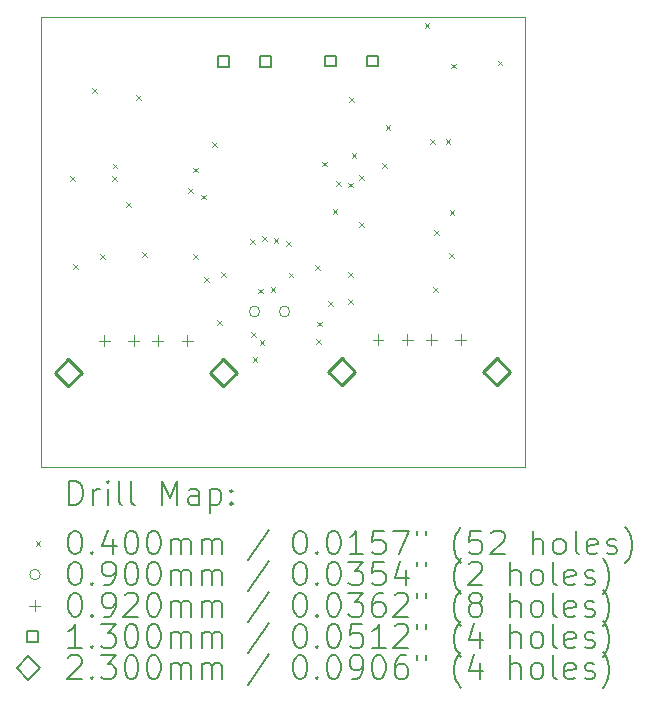
<source format=gbr>
%TF.GenerationSoftware,KiCad,Pcbnew,7.0.2*%
%TF.CreationDate,2023-05-21T15:20:31+02:00*%
%TF.ProjectId,5V DC Smart Socket,35562044-4320-4536-9d61-727420536f63,rev?*%
%TF.SameCoordinates,Original*%
%TF.FileFunction,Drillmap*%
%TF.FilePolarity,Positive*%
%FSLAX45Y45*%
G04 Gerber Fmt 4.5, Leading zero omitted, Abs format (unit mm)*
G04 Created by KiCad (PCBNEW 7.0.2) date 2023-05-21 15:20:31*
%MOMM*%
%LPD*%
G01*
G04 APERTURE LIST*
%ADD10C,0.100000*%
%ADD11C,0.200000*%
%ADD12C,0.040000*%
%ADD13C,0.090000*%
%ADD14C,0.092000*%
%ADD15C,0.130000*%
%ADD16C,0.230000*%
G04 APERTURE END LIST*
D10*
X21586900Y-5625000D02*
X25686900Y-5625000D01*
X25686900Y-9436000D01*
X21586900Y-9436000D01*
X21586900Y-5625000D01*
D11*
D12*
X21837000Y-6975000D02*
X21877000Y-7015000D01*
X21877000Y-6975000D02*
X21837000Y-7015000D01*
X21858000Y-7718000D02*
X21898000Y-7758000D01*
X21898000Y-7718000D02*
X21858000Y-7758000D01*
X22021000Y-6230000D02*
X22061000Y-6270000D01*
X22061000Y-6230000D02*
X22021000Y-6270000D01*
X22091000Y-7630000D02*
X22131000Y-7670000D01*
X22131000Y-7630000D02*
X22091000Y-7670000D01*
X22193000Y-6974000D02*
X22233000Y-7014000D01*
X22233000Y-6974000D02*
X22193000Y-7014000D01*
X22194000Y-6867000D02*
X22234000Y-6907000D01*
X22234000Y-6867000D02*
X22194000Y-6907000D01*
X22306000Y-7190000D02*
X22346000Y-7230000D01*
X22346000Y-7190000D02*
X22306000Y-7230000D01*
X22394000Y-6284000D02*
X22434000Y-6324000D01*
X22434000Y-6284000D02*
X22394000Y-6324000D01*
X22444000Y-7618000D02*
X22484000Y-7658000D01*
X22484000Y-7618000D02*
X22444000Y-7658000D01*
X22837000Y-7073450D02*
X22877000Y-7113450D01*
X22877000Y-7073450D02*
X22837000Y-7113450D01*
X22875000Y-7634000D02*
X22915000Y-7674000D01*
X22915000Y-7634000D02*
X22875000Y-7674000D01*
X22877000Y-6899000D02*
X22917000Y-6939000D01*
X22917000Y-6899000D02*
X22877000Y-6939000D01*
X22945000Y-7128000D02*
X22985000Y-7168000D01*
X22985000Y-7128000D02*
X22945000Y-7168000D01*
X22971000Y-7826000D02*
X23011000Y-7866000D01*
X23011000Y-7826000D02*
X22971000Y-7866000D01*
X23037000Y-6687000D02*
X23077000Y-6727000D01*
X23077000Y-6687000D02*
X23037000Y-6727000D01*
X23082000Y-8194000D02*
X23122000Y-8234000D01*
X23122000Y-8194000D02*
X23082000Y-8234000D01*
X23113000Y-7787000D02*
X23153000Y-7827000D01*
X23153000Y-7787000D02*
X23113000Y-7827000D01*
X23358000Y-7503000D02*
X23398000Y-7543000D01*
X23398000Y-7503000D02*
X23358000Y-7543000D01*
X23368000Y-8295000D02*
X23408000Y-8335000D01*
X23408000Y-8295000D02*
X23368000Y-8335000D01*
X23381000Y-8507000D02*
X23421000Y-8547000D01*
X23421000Y-8507000D02*
X23381000Y-8547000D01*
X23427000Y-7924000D02*
X23467000Y-7964000D01*
X23467000Y-7924000D02*
X23427000Y-7964000D01*
X23440000Y-8363000D02*
X23480000Y-8403000D01*
X23480000Y-8363000D02*
X23440000Y-8403000D01*
X23458000Y-7483000D02*
X23498000Y-7523000D01*
X23498000Y-7483000D02*
X23458000Y-7523000D01*
X23533000Y-7909550D02*
X23573000Y-7949550D01*
X23573000Y-7909550D02*
X23533000Y-7949550D01*
X23557000Y-7500000D02*
X23597000Y-7540000D01*
X23597000Y-7500000D02*
X23557000Y-7540000D01*
X23661000Y-7523000D02*
X23701000Y-7563000D01*
X23701000Y-7523000D02*
X23661000Y-7563000D01*
X23684000Y-7788000D02*
X23724000Y-7828000D01*
X23724000Y-7788000D02*
X23684000Y-7828000D01*
X23908000Y-7723000D02*
X23948000Y-7763000D01*
X23948000Y-7723000D02*
X23908000Y-7763000D01*
X23917000Y-8353000D02*
X23957000Y-8393000D01*
X23957000Y-8353000D02*
X23917000Y-8393000D01*
X23928000Y-8204000D02*
X23968000Y-8244000D01*
X23968000Y-8204000D02*
X23928000Y-8244000D01*
X23971000Y-6850000D02*
X24011000Y-6890000D01*
X24011000Y-6850000D02*
X23971000Y-6890000D01*
X24018000Y-8028000D02*
X24058000Y-8068000D01*
X24058000Y-8028000D02*
X24018000Y-8068000D01*
X24057000Y-7254000D02*
X24097000Y-7294000D01*
X24097000Y-7254000D02*
X24057000Y-7294000D01*
X24084000Y-7013000D02*
X24124000Y-7053000D01*
X24124000Y-7013000D02*
X24084000Y-7053000D01*
X24186000Y-7783000D02*
X24226000Y-7823000D01*
X24226000Y-7783000D02*
X24186000Y-7823000D01*
X24186000Y-8013450D02*
X24226000Y-8053450D01*
X24226000Y-8013450D02*
X24186000Y-8053450D01*
X24189000Y-7026000D02*
X24229000Y-7066000D01*
X24229000Y-7026000D02*
X24189000Y-7066000D01*
X24197000Y-6306000D02*
X24237000Y-6346000D01*
X24237000Y-6306000D02*
X24197000Y-6346000D01*
X24219000Y-6778000D02*
X24259000Y-6818000D01*
X24259000Y-6778000D02*
X24219000Y-6818000D01*
X24283000Y-7362000D02*
X24323000Y-7402000D01*
X24323000Y-7362000D02*
X24283000Y-7402000D01*
X24283497Y-6965497D02*
X24323497Y-7005497D01*
X24323497Y-6965497D02*
X24283497Y-7005497D01*
X24476000Y-6863000D02*
X24516000Y-6903000D01*
X24516000Y-6863000D02*
X24476000Y-6903000D01*
X24507000Y-6540000D02*
X24547000Y-6580000D01*
X24547000Y-6540000D02*
X24507000Y-6580000D01*
X24836000Y-5676000D02*
X24876000Y-5716000D01*
X24876000Y-5676000D02*
X24836000Y-5716000D01*
X24880000Y-6659000D02*
X24920000Y-6699000D01*
X24920000Y-6659000D02*
X24880000Y-6699000D01*
X24908000Y-7911000D02*
X24948000Y-7951000D01*
X24948000Y-7911000D02*
X24908000Y-7951000D01*
X24914000Y-7432000D02*
X24954000Y-7472000D01*
X24954000Y-7432000D02*
X24914000Y-7472000D01*
X25015000Y-6659000D02*
X25055000Y-6699000D01*
X25055000Y-6659000D02*
X25015000Y-6699000D01*
X25041000Y-7625000D02*
X25081000Y-7665000D01*
X25081000Y-7625000D02*
X25041000Y-7665000D01*
X25047000Y-7261000D02*
X25087000Y-7301000D01*
X25087000Y-7261000D02*
X25047000Y-7301000D01*
X25060000Y-6019000D02*
X25100000Y-6059000D01*
X25100000Y-6019000D02*
X25060000Y-6059000D01*
X25455000Y-5993000D02*
X25495000Y-6033000D01*
X25495000Y-5993000D02*
X25455000Y-6033000D01*
D13*
X23441000Y-8118000D02*
G75*
G03*
X23441000Y-8118000I-45000J0D01*
G01*
X23695000Y-8118000D02*
G75*
G03*
X23695000Y-8118000I-45000J0D01*
G01*
D14*
X22125000Y-8319000D02*
X22125000Y-8411000D01*
X22079000Y-8365000D02*
X22171000Y-8365000D01*
X22375000Y-8319000D02*
X22375000Y-8411000D01*
X22329000Y-8365000D02*
X22421000Y-8365000D01*
X22575000Y-8319000D02*
X22575000Y-8411000D01*
X22529000Y-8365000D02*
X22621000Y-8365000D01*
X22825000Y-8319000D02*
X22825000Y-8411000D01*
X22779000Y-8365000D02*
X22871000Y-8365000D01*
X24441000Y-8310250D02*
X24441000Y-8402250D01*
X24395000Y-8356250D02*
X24487000Y-8356250D01*
X24691000Y-8310250D02*
X24691000Y-8402250D01*
X24645000Y-8356250D02*
X24737000Y-8356250D01*
X24891000Y-8310250D02*
X24891000Y-8402250D01*
X24845000Y-8356250D02*
X24937000Y-8356250D01*
X25141000Y-8310250D02*
X25141000Y-8402250D01*
X25095000Y-8356250D02*
X25187000Y-8356250D01*
D15*
X23182962Y-6043962D02*
X23182962Y-5952038D01*
X23091038Y-5952038D01*
X23091038Y-6043962D01*
X23182962Y-6043962D01*
X23532962Y-6043962D02*
X23532962Y-5952038D01*
X23441038Y-5952038D01*
X23441038Y-6043962D01*
X23532962Y-6043962D01*
X24087962Y-6042962D02*
X24087962Y-5951038D01*
X23996038Y-5951038D01*
X23996038Y-6042962D01*
X24087962Y-6042962D01*
X24437962Y-6042962D02*
X24437962Y-5951038D01*
X24346038Y-5951038D01*
X24346038Y-6042962D01*
X24437962Y-6042962D01*
D16*
X21818000Y-8751000D02*
X21933000Y-8636000D01*
X21818000Y-8521000D01*
X21703000Y-8636000D01*
X21818000Y-8751000D01*
X23132000Y-8751000D02*
X23247000Y-8636000D01*
X23132000Y-8521000D01*
X23017000Y-8636000D01*
X23132000Y-8751000D01*
X24134000Y-8742250D02*
X24249000Y-8627250D01*
X24134000Y-8512250D01*
X24019000Y-8627250D01*
X24134000Y-8742250D01*
X25448000Y-8742250D02*
X25563000Y-8627250D01*
X25448000Y-8512250D01*
X25333000Y-8627250D01*
X25448000Y-8742250D01*
D11*
X21829519Y-9753524D02*
X21829519Y-9553524D01*
X21829519Y-9553524D02*
X21877138Y-9553524D01*
X21877138Y-9553524D02*
X21905710Y-9563048D01*
X21905710Y-9563048D02*
X21924757Y-9582095D01*
X21924757Y-9582095D02*
X21934281Y-9601143D01*
X21934281Y-9601143D02*
X21943805Y-9639238D01*
X21943805Y-9639238D02*
X21943805Y-9667810D01*
X21943805Y-9667810D02*
X21934281Y-9705905D01*
X21934281Y-9705905D02*
X21924757Y-9724952D01*
X21924757Y-9724952D02*
X21905710Y-9744000D01*
X21905710Y-9744000D02*
X21877138Y-9753524D01*
X21877138Y-9753524D02*
X21829519Y-9753524D01*
X22029519Y-9753524D02*
X22029519Y-9620190D01*
X22029519Y-9658286D02*
X22039043Y-9639238D01*
X22039043Y-9639238D02*
X22048567Y-9629714D01*
X22048567Y-9629714D02*
X22067614Y-9620190D01*
X22067614Y-9620190D02*
X22086662Y-9620190D01*
X22153329Y-9753524D02*
X22153329Y-9620190D01*
X22153329Y-9553524D02*
X22143805Y-9563048D01*
X22143805Y-9563048D02*
X22153329Y-9572571D01*
X22153329Y-9572571D02*
X22162852Y-9563048D01*
X22162852Y-9563048D02*
X22153329Y-9553524D01*
X22153329Y-9553524D02*
X22153329Y-9572571D01*
X22277138Y-9753524D02*
X22258090Y-9744000D01*
X22258090Y-9744000D02*
X22248567Y-9724952D01*
X22248567Y-9724952D02*
X22248567Y-9553524D01*
X22381900Y-9753524D02*
X22362852Y-9744000D01*
X22362852Y-9744000D02*
X22353329Y-9724952D01*
X22353329Y-9724952D02*
X22353329Y-9553524D01*
X22610471Y-9753524D02*
X22610471Y-9553524D01*
X22610471Y-9553524D02*
X22677138Y-9696381D01*
X22677138Y-9696381D02*
X22743805Y-9553524D01*
X22743805Y-9553524D02*
X22743805Y-9753524D01*
X22924757Y-9753524D02*
X22924757Y-9648762D01*
X22924757Y-9648762D02*
X22915233Y-9629714D01*
X22915233Y-9629714D02*
X22896186Y-9620190D01*
X22896186Y-9620190D02*
X22858090Y-9620190D01*
X22858090Y-9620190D02*
X22839043Y-9629714D01*
X22924757Y-9744000D02*
X22905709Y-9753524D01*
X22905709Y-9753524D02*
X22858090Y-9753524D01*
X22858090Y-9753524D02*
X22839043Y-9744000D01*
X22839043Y-9744000D02*
X22829519Y-9724952D01*
X22829519Y-9724952D02*
X22829519Y-9705905D01*
X22829519Y-9705905D02*
X22839043Y-9686857D01*
X22839043Y-9686857D02*
X22858090Y-9677333D01*
X22858090Y-9677333D02*
X22905709Y-9677333D01*
X22905709Y-9677333D02*
X22924757Y-9667810D01*
X23019995Y-9620190D02*
X23019995Y-9820190D01*
X23019995Y-9629714D02*
X23039043Y-9620190D01*
X23039043Y-9620190D02*
X23077138Y-9620190D01*
X23077138Y-9620190D02*
X23096186Y-9629714D01*
X23096186Y-9629714D02*
X23105709Y-9639238D01*
X23105709Y-9639238D02*
X23115233Y-9658286D01*
X23115233Y-9658286D02*
X23115233Y-9715429D01*
X23115233Y-9715429D02*
X23105709Y-9734476D01*
X23105709Y-9734476D02*
X23096186Y-9744000D01*
X23096186Y-9744000D02*
X23077138Y-9753524D01*
X23077138Y-9753524D02*
X23039043Y-9753524D01*
X23039043Y-9753524D02*
X23019995Y-9744000D01*
X23200948Y-9734476D02*
X23210471Y-9744000D01*
X23210471Y-9744000D02*
X23200948Y-9753524D01*
X23200948Y-9753524D02*
X23191424Y-9744000D01*
X23191424Y-9744000D02*
X23200948Y-9734476D01*
X23200948Y-9734476D02*
X23200948Y-9753524D01*
X23200948Y-9629714D02*
X23210471Y-9639238D01*
X23210471Y-9639238D02*
X23200948Y-9648762D01*
X23200948Y-9648762D02*
X23191424Y-9639238D01*
X23191424Y-9639238D02*
X23200948Y-9629714D01*
X23200948Y-9629714D02*
X23200948Y-9648762D01*
D12*
X21541900Y-10061000D02*
X21581900Y-10101000D01*
X21581900Y-10061000D02*
X21541900Y-10101000D01*
D11*
X21867614Y-9973524D02*
X21886662Y-9973524D01*
X21886662Y-9973524D02*
X21905710Y-9983048D01*
X21905710Y-9983048D02*
X21915233Y-9992571D01*
X21915233Y-9992571D02*
X21924757Y-10011619D01*
X21924757Y-10011619D02*
X21934281Y-10049714D01*
X21934281Y-10049714D02*
X21934281Y-10097333D01*
X21934281Y-10097333D02*
X21924757Y-10135429D01*
X21924757Y-10135429D02*
X21915233Y-10154476D01*
X21915233Y-10154476D02*
X21905710Y-10164000D01*
X21905710Y-10164000D02*
X21886662Y-10173524D01*
X21886662Y-10173524D02*
X21867614Y-10173524D01*
X21867614Y-10173524D02*
X21848567Y-10164000D01*
X21848567Y-10164000D02*
X21839043Y-10154476D01*
X21839043Y-10154476D02*
X21829519Y-10135429D01*
X21829519Y-10135429D02*
X21819995Y-10097333D01*
X21819995Y-10097333D02*
X21819995Y-10049714D01*
X21819995Y-10049714D02*
X21829519Y-10011619D01*
X21829519Y-10011619D02*
X21839043Y-9992571D01*
X21839043Y-9992571D02*
X21848567Y-9983048D01*
X21848567Y-9983048D02*
X21867614Y-9973524D01*
X22019995Y-10154476D02*
X22029519Y-10164000D01*
X22029519Y-10164000D02*
X22019995Y-10173524D01*
X22019995Y-10173524D02*
X22010471Y-10164000D01*
X22010471Y-10164000D02*
X22019995Y-10154476D01*
X22019995Y-10154476D02*
X22019995Y-10173524D01*
X22200948Y-10040190D02*
X22200948Y-10173524D01*
X22153329Y-9964000D02*
X22105710Y-10106857D01*
X22105710Y-10106857D02*
X22229519Y-10106857D01*
X22343805Y-9973524D02*
X22362852Y-9973524D01*
X22362852Y-9973524D02*
X22381900Y-9983048D01*
X22381900Y-9983048D02*
X22391424Y-9992571D01*
X22391424Y-9992571D02*
X22400948Y-10011619D01*
X22400948Y-10011619D02*
X22410471Y-10049714D01*
X22410471Y-10049714D02*
X22410471Y-10097333D01*
X22410471Y-10097333D02*
X22400948Y-10135429D01*
X22400948Y-10135429D02*
X22391424Y-10154476D01*
X22391424Y-10154476D02*
X22381900Y-10164000D01*
X22381900Y-10164000D02*
X22362852Y-10173524D01*
X22362852Y-10173524D02*
X22343805Y-10173524D01*
X22343805Y-10173524D02*
X22324757Y-10164000D01*
X22324757Y-10164000D02*
X22315233Y-10154476D01*
X22315233Y-10154476D02*
X22305710Y-10135429D01*
X22305710Y-10135429D02*
X22296186Y-10097333D01*
X22296186Y-10097333D02*
X22296186Y-10049714D01*
X22296186Y-10049714D02*
X22305710Y-10011619D01*
X22305710Y-10011619D02*
X22315233Y-9992571D01*
X22315233Y-9992571D02*
X22324757Y-9983048D01*
X22324757Y-9983048D02*
X22343805Y-9973524D01*
X22534281Y-9973524D02*
X22553329Y-9973524D01*
X22553329Y-9973524D02*
X22572376Y-9983048D01*
X22572376Y-9983048D02*
X22581900Y-9992571D01*
X22581900Y-9992571D02*
X22591424Y-10011619D01*
X22591424Y-10011619D02*
X22600948Y-10049714D01*
X22600948Y-10049714D02*
X22600948Y-10097333D01*
X22600948Y-10097333D02*
X22591424Y-10135429D01*
X22591424Y-10135429D02*
X22581900Y-10154476D01*
X22581900Y-10154476D02*
X22572376Y-10164000D01*
X22572376Y-10164000D02*
X22553329Y-10173524D01*
X22553329Y-10173524D02*
X22534281Y-10173524D01*
X22534281Y-10173524D02*
X22515233Y-10164000D01*
X22515233Y-10164000D02*
X22505709Y-10154476D01*
X22505709Y-10154476D02*
X22496186Y-10135429D01*
X22496186Y-10135429D02*
X22486662Y-10097333D01*
X22486662Y-10097333D02*
X22486662Y-10049714D01*
X22486662Y-10049714D02*
X22496186Y-10011619D01*
X22496186Y-10011619D02*
X22505709Y-9992571D01*
X22505709Y-9992571D02*
X22515233Y-9983048D01*
X22515233Y-9983048D02*
X22534281Y-9973524D01*
X22686662Y-10173524D02*
X22686662Y-10040190D01*
X22686662Y-10059238D02*
X22696186Y-10049714D01*
X22696186Y-10049714D02*
X22715233Y-10040190D01*
X22715233Y-10040190D02*
X22743805Y-10040190D01*
X22743805Y-10040190D02*
X22762852Y-10049714D01*
X22762852Y-10049714D02*
X22772376Y-10068762D01*
X22772376Y-10068762D02*
X22772376Y-10173524D01*
X22772376Y-10068762D02*
X22781900Y-10049714D01*
X22781900Y-10049714D02*
X22800948Y-10040190D01*
X22800948Y-10040190D02*
X22829519Y-10040190D01*
X22829519Y-10040190D02*
X22848567Y-10049714D01*
X22848567Y-10049714D02*
X22858090Y-10068762D01*
X22858090Y-10068762D02*
X22858090Y-10173524D01*
X22953329Y-10173524D02*
X22953329Y-10040190D01*
X22953329Y-10059238D02*
X22962852Y-10049714D01*
X22962852Y-10049714D02*
X22981900Y-10040190D01*
X22981900Y-10040190D02*
X23010471Y-10040190D01*
X23010471Y-10040190D02*
X23029519Y-10049714D01*
X23029519Y-10049714D02*
X23039043Y-10068762D01*
X23039043Y-10068762D02*
X23039043Y-10173524D01*
X23039043Y-10068762D02*
X23048567Y-10049714D01*
X23048567Y-10049714D02*
X23067614Y-10040190D01*
X23067614Y-10040190D02*
X23096186Y-10040190D01*
X23096186Y-10040190D02*
X23115233Y-10049714D01*
X23115233Y-10049714D02*
X23124757Y-10068762D01*
X23124757Y-10068762D02*
X23124757Y-10173524D01*
X23515233Y-9964000D02*
X23343805Y-10221143D01*
X23772376Y-9973524D02*
X23791424Y-9973524D01*
X23791424Y-9973524D02*
X23810472Y-9983048D01*
X23810472Y-9983048D02*
X23819995Y-9992571D01*
X23819995Y-9992571D02*
X23829519Y-10011619D01*
X23829519Y-10011619D02*
X23839043Y-10049714D01*
X23839043Y-10049714D02*
X23839043Y-10097333D01*
X23839043Y-10097333D02*
X23829519Y-10135429D01*
X23829519Y-10135429D02*
X23819995Y-10154476D01*
X23819995Y-10154476D02*
X23810472Y-10164000D01*
X23810472Y-10164000D02*
X23791424Y-10173524D01*
X23791424Y-10173524D02*
X23772376Y-10173524D01*
X23772376Y-10173524D02*
X23753329Y-10164000D01*
X23753329Y-10164000D02*
X23743805Y-10154476D01*
X23743805Y-10154476D02*
X23734281Y-10135429D01*
X23734281Y-10135429D02*
X23724757Y-10097333D01*
X23724757Y-10097333D02*
X23724757Y-10049714D01*
X23724757Y-10049714D02*
X23734281Y-10011619D01*
X23734281Y-10011619D02*
X23743805Y-9992571D01*
X23743805Y-9992571D02*
X23753329Y-9983048D01*
X23753329Y-9983048D02*
X23772376Y-9973524D01*
X23924757Y-10154476D02*
X23934281Y-10164000D01*
X23934281Y-10164000D02*
X23924757Y-10173524D01*
X23924757Y-10173524D02*
X23915233Y-10164000D01*
X23915233Y-10164000D02*
X23924757Y-10154476D01*
X23924757Y-10154476D02*
X23924757Y-10173524D01*
X24058091Y-9973524D02*
X24077138Y-9973524D01*
X24077138Y-9973524D02*
X24096186Y-9983048D01*
X24096186Y-9983048D02*
X24105710Y-9992571D01*
X24105710Y-9992571D02*
X24115233Y-10011619D01*
X24115233Y-10011619D02*
X24124757Y-10049714D01*
X24124757Y-10049714D02*
X24124757Y-10097333D01*
X24124757Y-10097333D02*
X24115233Y-10135429D01*
X24115233Y-10135429D02*
X24105710Y-10154476D01*
X24105710Y-10154476D02*
X24096186Y-10164000D01*
X24096186Y-10164000D02*
X24077138Y-10173524D01*
X24077138Y-10173524D02*
X24058091Y-10173524D01*
X24058091Y-10173524D02*
X24039043Y-10164000D01*
X24039043Y-10164000D02*
X24029519Y-10154476D01*
X24029519Y-10154476D02*
X24019995Y-10135429D01*
X24019995Y-10135429D02*
X24010472Y-10097333D01*
X24010472Y-10097333D02*
X24010472Y-10049714D01*
X24010472Y-10049714D02*
X24019995Y-10011619D01*
X24019995Y-10011619D02*
X24029519Y-9992571D01*
X24029519Y-9992571D02*
X24039043Y-9983048D01*
X24039043Y-9983048D02*
X24058091Y-9973524D01*
X24315233Y-10173524D02*
X24200948Y-10173524D01*
X24258091Y-10173524D02*
X24258091Y-9973524D01*
X24258091Y-9973524D02*
X24239043Y-10002095D01*
X24239043Y-10002095D02*
X24219995Y-10021143D01*
X24219995Y-10021143D02*
X24200948Y-10030667D01*
X24496186Y-9973524D02*
X24400948Y-9973524D01*
X24400948Y-9973524D02*
X24391424Y-10068762D01*
X24391424Y-10068762D02*
X24400948Y-10059238D01*
X24400948Y-10059238D02*
X24419995Y-10049714D01*
X24419995Y-10049714D02*
X24467614Y-10049714D01*
X24467614Y-10049714D02*
X24486662Y-10059238D01*
X24486662Y-10059238D02*
X24496186Y-10068762D01*
X24496186Y-10068762D02*
X24505710Y-10087810D01*
X24505710Y-10087810D02*
X24505710Y-10135429D01*
X24505710Y-10135429D02*
X24496186Y-10154476D01*
X24496186Y-10154476D02*
X24486662Y-10164000D01*
X24486662Y-10164000D02*
X24467614Y-10173524D01*
X24467614Y-10173524D02*
X24419995Y-10173524D01*
X24419995Y-10173524D02*
X24400948Y-10164000D01*
X24400948Y-10164000D02*
X24391424Y-10154476D01*
X24572376Y-9973524D02*
X24705710Y-9973524D01*
X24705710Y-9973524D02*
X24619995Y-10173524D01*
X24772376Y-9973524D02*
X24772376Y-10011619D01*
X24848567Y-9973524D02*
X24848567Y-10011619D01*
X25143805Y-10249714D02*
X25134281Y-10240190D01*
X25134281Y-10240190D02*
X25115234Y-10211619D01*
X25115234Y-10211619D02*
X25105710Y-10192571D01*
X25105710Y-10192571D02*
X25096186Y-10164000D01*
X25096186Y-10164000D02*
X25086662Y-10116381D01*
X25086662Y-10116381D02*
X25086662Y-10078286D01*
X25086662Y-10078286D02*
X25096186Y-10030667D01*
X25096186Y-10030667D02*
X25105710Y-10002095D01*
X25105710Y-10002095D02*
X25115234Y-9983048D01*
X25115234Y-9983048D02*
X25134281Y-9954476D01*
X25134281Y-9954476D02*
X25143805Y-9944952D01*
X25315234Y-9973524D02*
X25219995Y-9973524D01*
X25219995Y-9973524D02*
X25210472Y-10068762D01*
X25210472Y-10068762D02*
X25219995Y-10059238D01*
X25219995Y-10059238D02*
X25239043Y-10049714D01*
X25239043Y-10049714D02*
X25286662Y-10049714D01*
X25286662Y-10049714D02*
X25305710Y-10059238D01*
X25305710Y-10059238D02*
X25315234Y-10068762D01*
X25315234Y-10068762D02*
X25324757Y-10087810D01*
X25324757Y-10087810D02*
X25324757Y-10135429D01*
X25324757Y-10135429D02*
X25315234Y-10154476D01*
X25315234Y-10154476D02*
X25305710Y-10164000D01*
X25305710Y-10164000D02*
X25286662Y-10173524D01*
X25286662Y-10173524D02*
X25239043Y-10173524D01*
X25239043Y-10173524D02*
X25219995Y-10164000D01*
X25219995Y-10164000D02*
X25210472Y-10154476D01*
X25400948Y-9992571D02*
X25410472Y-9983048D01*
X25410472Y-9983048D02*
X25429519Y-9973524D01*
X25429519Y-9973524D02*
X25477138Y-9973524D01*
X25477138Y-9973524D02*
X25496186Y-9983048D01*
X25496186Y-9983048D02*
X25505710Y-9992571D01*
X25505710Y-9992571D02*
X25515234Y-10011619D01*
X25515234Y-10011619D02*
X25515234Y-10030667D01*
X25515234Y-10030667D02*
X25505710Y-10059238D01*
X25505710Y-10059238D02*
X25391424Y-10173524D01*
X25391424Y-10173524D02*
X25515234Y-10173524D01*
X25753329Y-10173524D02*
X25753329Y-9973524D01*
X25839043Y-10173524D02*
X25839043Y-10068762D01*
X25839043Y-10068762D02*
X25829519Y-10049714D01*
X25829519Y-10049714D02*
X25810472Y-10040190D01*
X25810472Y-10040190D02*
X25781900Y-10040190D01*
X25781900Y-10040190D02*
X25762853Y-10049714D01*
X25762853Y-10049714D02*
X25753329Y-10059238D01*
X25962853Y-10173524D02*
X25943805Y-10164000D01*
X25943805Y-10164000D02*
X25934281Y-10154476D01*
X25934281Y-10154476D02*
X25924757Y-10135429D01*
X25924757Y-10135429D02*
X25924757Y-10078286D01*
X25924757Y-10078286D02*
X25934281Y-10059238D01*
X25934281Y-10059238D02*
X25943805Y-10049714D01*
X25943805Y-10049714D02*
X25962853Y-10040190D01*
X25962853Y-10040190D02*
X25991424Y-10040190D01*
X25991424Y-10040190D02*
X26010472Y-10049714D01*
X26010472Y-10049714D02*
X26019996Y-10059238D01*
X26019996Y-10059238D02*
X26029519Y-10078286D01*
X26029519Y-10078286D02*
X26029519Y-10135429D01*
X26029519Y-10135429D02*
X26019996Y-10154476D01*
X26019996Y-10154476D02*
X26010472Y-10164000D01*
X26010472Y-10164000D02*
X25991424Y-10173524D01*
X25991424Y-10173524D02*
X25962853Y-10173524D01*
X26143805Y-10173524D02*
X26124757Y-10164000D01*
X26124757Y-10164000D02*
X26115234Y-10144952D01*
X26115234Y-10144952D02*
X26115234Y-9973524D01*
X26296186Y-10164000D02*
X26277138Y-10173524D01*
X26277138Y-10173524D02*
X26239043Y-10173524D01*
X26239043Y-10173524D02*
X26219996Y-10164000D01*
X26219996Y-10164000D02*
X26210472Y-10144952D01*
X26210472Y-10144952D02*
X26210472Y-10068762D01*
X26210472Y-10068762D02*
X26219996Y-10049714D01*
X26219996Y-10049714D02*
X26239043Y-10040190D01*
X26239043Y-10040190D02*
X26277138Y-10040190D01*
X26277138Y-10040190D02*
X26296186Y-10049714D01*
X26296186Y-10049714D02*
X26305710Y-10068762D01*
X26305710Y-10068762D02*
X26305710Y-10087810D01*
X26305710Y-10087810D02*
X26210472Y-10106857D01*
X26381900Y-10164000D02*
X26400948Y-10173524D01*
X26400948Y-10173524D02*
X26439043Y-10173524D01*
X26439043Y-10173524D02*
X26458091Y-10164000D01*
X26458091Y-10164000D02*
X26467615Y-10144952D01*
X26467615Y-10144952D02*
X26467615Y-10135429D01*
X26467615Y-10135429D02*
X26458091Y-10116381D01*
X26458091Y-10116381D02*
X26439043Y-10106857D01*
X26439043Y-10106857D02*
X26410472Y-10106857D01*
X26410472Y-10106857D02*
X26391424Y-10097333D01*
X26391424Y-10097333D02*
X26381900Y-10078286D01*
X26381900Y-10078286D02*
X26381900Y-10068762D01*
X26381900Y-10068762D02*
X26391424Y-10049714D01*
X26391424Y-10049714D02*
X26410472Y-10040190D01*
X26410472Y-10040190D02*
X26439043Y-10040190D01*
X26439043Y-10040190D02*
X26458091Y-10049714D01*
X26534281Y-10249714D02*
X26543805Y-10240190D01*
X26543805Y-10240190D02*
X26562853Y-10211619D01*
X26562853Y-10211619D02*
X26572377Y-10192571D01*
X26572377Y-10192571D02*
X26581900Y-10164000D01*
X26581900Y-10164000D02*
X26591424Y-10116381D01*
X26591424Y-10116381D02*
X26591424Y-10078286D01*
X26591424Y-10078286D02*
X26581900Y-10030667D01*
X26581900Y-10030667D02*
X26572377Y-10002095D01*
X26572377Y-10002095D02*
X26562853Y-9983048D01*
X26562853Y-9983048D02*
X26543805Y-9954476D01*
X26543805Y-9954476D02*
X26534281Y-9944952D01*
D13*
X21581900Y-10345000D02*
G75*
G03*
X21581900Y-10345000I-45000J0D01*
G01*
D11*
X21867614Y-10237524D02*
X21886662Y-10237524D01*
X21886662Y-10237524D02*
X21905710Y-10247048D01*
X21905710Y-10247048D02*
X21915233Y-10256571D01*
X21915233Y-10256571D02*
X21924757Y-10275619D01*
X21924757Y-10275619D02*
X21934281Y-10313714D01*
X21934281Y-10313714D02*
X21934281Y-10361333D01*
X21934281Y-10361333D02*
X21924757Y-10399429D01*
X21924757Y-10399429D02*
X21915233Y-10418476D01*
X21915233Y-10418476D02*
X21905710Y-10428000D01*
X21905710Y-10428000D02*
X21886662Y-10437524D01*
X21886662Y-10437524D02*
X21867614Y-10437524D01*
X21867614Y-10437524D02*
X21848567Y-10428000D01*
X21848567Y-10428000D02*
X21839043Y-10418476D01*
X21839043Y-10418476D02*
X21829519Y-10399429D01*
X21829519Y-10399429D02*
X21819995Y-10361333D01*
X21819995Y-10361333D02*
X21819995Y-10313714D01*
X21819995Y-10313714D02*
X21829519Y-10275619D01*
X21829519Y-10275619D02*
X21839043Y-10256571D01*
X21839043Y-10256571D02*
X21848567Y-10247048D01*
X21848567Y-10247048D02*
X21867614Y-10237524D01*
X22019995Y-10418476D02*
X22029519Y-10428000D01*
X22029519Y-10428000D02*
X22019995Y-10437524D01*
X22019995Y-10437524D02*
X22010471Y-10428000D01*
X22010471Y-10428000D02*
X22019995Y-10418476D01*
X22019995Y-10418476D02*
X22019995Y-10437524D01*
X22124757Y-10437524D02*
X22162852Y-10437524D01*
X22162852Y-10437524D02*
X22181900Y-10428000D01*
X22181900Y-10428000D02*
X22191424Y-10418476D01*
X22191424Y-10418476D02*
X22210471Y-10389905D01*
X22210471Y-10389905D02*
X22219995Y-10351810D01*
X22219995Y-10351810D02*
X22219995Y-10275619D01*
X22219995Y-10275619D02*
X22210471Y-10256571D01*
X22210471Y-10256571D02*
X22200948Y-10247048D01*
X22200948Y-10247048D02*
X22181900Y-10237524D01*
X22181900Y-10237524D02*
X22143805Y-10237524D01*
X22143805Y-10237524D02*
X22124757Y-10247048D01*
X22124757Y-10247048D02*
X22115233Y-10256571D01*
X22115233Y-10256571D02*
X22105710Y-10275619D01*
X22105710Y-10275619D02*
X22105710Y-10323238D01*
X22105710Y-10323238D02*
X22115233Y-10342286D01*
X22115233Y-10342286D02*
X22124757Y-10351810D01*
X22124757Y-10351810D02*
X22143805Y-10361333D01*
X22143805Y-10361333D02*
X22181900Y-10361333D01*
X22181900Y-10361333D02*
X22200948Y-10351810D01*
X22200948Y-10351810D02*
X22210471Y-10342286D01*
X22210471Y-10342286D02*
X22219995Y-10323238D01*
X22343805Y-10237524D02*
X22362852Y-10237524D01*
X22362852Y-10237524D02*
X22381900Y-10247048D01*
X22381900Y-10247048D02*
X22391424Y-10256571D01*
X22391424Y-10256571D02*
X22400948Y-10275619D01*
X22400948Y-10275619D02*
X22410471Y-10313714D01*
X22410471Y-10313714D02*
X22410471Y-10361333D01*
X22410471Y-10361333D02*
X22400948Y-10399429D01*
X22400948Y-10399429D02*
X22391424Y-10418476D01*
X22391424Y-10418476D02*
X22381900Y-10428000D01*
X22381900Y-10428000D02*
X22362852Y-10437524D01*
X22362852Y-10437524D02*
X22343805Y-10437524D01*
X22343805Y-10437524D02*
X22324757Y-10428000D01*
X22324757Y-10428000D02*
X22315233Y-10418476D01*
X22315233Y-10418476D02*
X22305710Y-10399429D01*
X22305710Y-10399429D02*
X22296186Y-10361333D01*
X22296186Y-10361333D02*
X22296186Y-10313714D01*
X22296186Y-10313714D02*
X22305710Y-10275619D01*
X22305710Y-10275619D02*
X22315233Y-10256571D01*
X22315233Y-10256571D02*
X22324757Y-10247048D01*
X22324757Y-10247048D02*
X22343805Y-10237524D01*
X22534281Y-10237524D02*
X22553329Y-10237524D01*
X22553329Y-10237524D02*
X22572376Y-10247048D01*
X22572376Y-10247048D02*
X22581900Y-10256571D01*
X22581900Y-10256571D02*
X22591424Y-10275619D01*
X22591424Y-10275619D02*
X22600948Y-10313714D01*
X22600948Y-10313714D02*
X22600948Y-10361333D01*
X22600948Y-10361333D02*
X22591424Y-10399429D01*
X22591424Y-10399429D02*
X22581900Y-10418476D01*
X22581900Y-10418476D02*
X22572376Y-10428000D01*
X22572376Y-10428000D02*
X22553329Y-10437524D01*
X22553329Y-10437524D02*
X22534281Y-10437524D01*
X22534281Y-10437524D02*
X22515233Y-10428000D01*
X22515233Y-10428000D02*
X22505709Y-10418476D01*
X22505709Y-10418476D02*
X22496186Y-10399429D01*
X22496186Y-10399429D02*
X22486662Y-10361333D01*
X22486662Y-10361333D02*
X22486662Y-10313714D01*
X22486662Y-10313714D02*
X22496186Y-10275619D01*
X22496186Y-10275619D02*
X22505709Y-10256571D01*
X22505709Y-10256571D02*
X22515233Y-10247048D01*
X22515233Y-10247048D02*
X22534281Y-10237524D01*
X22686662Y-10437524D02*
X22686662Y-10304190D01*
X22686662Y-10323238D02*
X22696186Y-10313714D01*
X22696186Y-10313714D02*
X22715233Y-10304190D01*
X22715233Y-10304190D02*
X22743805Y-10304190D01*
X22743805Y-10304190D02*
X22762852Y-10313714D01*
X22762852Y-10313714D02*
X22772376Y-10332762D01*
X22772376Y-10332762D02*
X22772376Y-10437524D01*
X22772376Y-10332762D02*
X22781900Y-10313714D01*
X22781900Y-10313714D02*
X22800948Y-10304190D01*
X22800948Y-10304190D02*
X22829519Y-10304190D01*
X22829519Y-10304190D02*
X22848567Y-10313714D01*
X22848567Y-10313714D02*
X22858090Y-10332762D01*
X22858090Y-10332762D02*
X22858090Y-10437524D01*
X22953329Y-10437524D02*
X22953329Y-10304190D01*
X22953329Y-10323238D02*
X22962852Y-10313714D01*
X22962852Y-10313714D02*
X22981900Y-10304190D01*
X22981900Y-10304190D02*
X23010471Y-10304190D01*
X23010471Y-10304190D02*
X23029519Y-10313714D01*
X23029519Y-10313714D02*
X23039043Y-10332762D01*
X23039043Y-10332762D02*
X23039043Y-10437524D01*
X23039043Y-10332762D02*
X23048567Y-10313714D01*
X23048567Y-10313714D02*
X23067614Y-10304190D01*
X23067614Y-10304190D02*
X23096186Y-10304190D01*
X23096186Y-10304190D02*
X23115233Y-10313714D01*
X23115233Y-10313714D02*
X23124757Y-10332762D01*
X23124757Y-10332762D02*
X23124757Y-10437524D01*
X23515233Y-10228000D02*
X23343805Y-10485143D01*
X23772376Y-10237524D02*
X23791424Y-10237524D01*
X23791424Y-10237524D02*
X23810472Y-10247048D01*
X23810472Y-10247048D02*
X23819995Y-10256571D01*
X23819995Y-10256571D02*
X23829519Y-10275619D01*
X23829519Y-10275619D02*
X23839043Y-10313714D01*
X23839043Y-10313714D02*
X23839043Y-10361333D01*
X23839043Y-10361333D02*
X23829519Y-10399429D01*
X23829519Y-10399429D02*
X23819995Y-10418476D01*
X23819995Y-10418476D02*
X23810472Y-10428000D01*
X23810472Y-10428000D02*
X23791424Y-10437524D01*
X23791424Y-10437524D02*
X23772376Y-10437524D01*
X23772376Y-10437524D02*
X23753329Y-10428000D01*
X23753329Y-10428000D02*
X23743805Y-10418476D01*
X23743805Y-10418476D02*
X23734281Y-10399429D01*
X23734281Y-10399429D02*
X23724757Y-10361333D01*
X23724757Y-10361333D02*
X23724757Y-10313714D01*
X23724757Y-10313714D02*
X23734281Y-10275619D01*
X23734281Y-10275619D02*
X23743805Y-10256571D01*
X23743805Y-10256571D02*
X23753329Y-10247048D01*
X23753329Y-10247048D02*
X23772376Y-10237524D01*
X23924757Y-10418476D02*
X23934281Y-10428000D01*
X23934281Y-10428000D02*
X23924757Y-10437524D01*
X23924757Y-10437524D02*
X23915233Y-10428000D01*
X23915233Y-10428000D02*
X23924757Y-10418476D01*
X23924757Y-10418476D02*
X23924757Y-10437524D01*
X24058091Y-10237524D02*
X24077138Y-10237524D01*
X24077138Y-10237524D02*
X24096186Y-10247048D01*
X24096186Y-10247048D02*
X24105710Y-10256571D01*
X24105710Y-10256571D02*
X24115233Y-10275619D01*
X24115233Y-10275619D02*
X24124757Y-10313714D01*
X24124757Y-10313714D02*
X24124757Y-10361333D01*
X24124757Y-10361333D02*
X24115233Y-10399429D01*
X24115233Y-10399429D02*
X24105710Y-10418476D01*
X24105710Y-10418476D02*
X24096186Y-10428000D01*
X24096186Y-10428000D02*
X24077138Y-10437524D01*
X24077138Y-10437524D02*
X24058091Y-10437524D01*
X24058091Y-10437524D02*
X24039043Y-10428000D01*
X24039043Y-10428000D02*
X24029519Y-10418476D01*
X24029519Y-10418476D02*
X24019995Y-10399429D01*
X24019995Y-10399429D02*
X24010472Y-10361333D01*
X24010472Y-10361333D02*
X24010472Y-10313714D01*
X24010472Y-10313714D02*
X24019995Y-10275619D01*
X24019995Y-10275619D02*
X24029519Y-10256571D01*
X24029519Y-10256571D02*
X24039043Y-10247048D01*
X24039043Y-10247048D02*
X24058091Y-10237524D01*
X24191424Y-10237524D02*
X24315233Y-10237524D01*
X24315233Y-10237524D02*
X24248567Y-10313714D01*
X24248567Y-10313714D02*
X24277138Y-10313714D01*
X24277138Y-10313714D02*
X24296186Y-10323238D01*
X24296186Y-10323238D02*
X24305710Y-10332762D01*
X24305710Y-10332762D02*
X24315233Y-10351810D01*
X24315233Y-10351810D02*
X24315233Y-10399429D01*
X24315233Y-10399429D02*
X24305710Y-10418476D01*
X24305710Y-10418476D02*
X24296186Y-10428000D01*
X24296186Y-10428000D02*
X24277138Y-10437524D01*
X24277138Y-10437524D02*
X24219995Y-10437524D01*
X24219995Y-10437524D02*
X24200948Y-10428000D01*
X24200948Y-10428000D02*
X24191424Y-10418476D01*
X24496186Y-10237524D02*
X24400948Y-10237524D01*
X24400948Y-10237524D02*
X24391424Y-10332762D01*
X24391424Y-10332762D02*
X24400948Y-10323238D01*
X24400948Y-10323238D02*
X24419995Y-10313714D01*
X24419995Y-10313714D02*
X24467614Y-10313714D01*
X24467614Y-10313714D02*
X24486662Y-10323238D01*
X24486662Y-10323238D02*
X24496186Y-10332762D01*
X24496186Y-10332762D02*
X24505710Y-10351810D01*
X24505710Y-10351810D02*
X24505710Y-10399429D01*
X24505710Y-10399429D02*
X24496186Y-10418476D01*
X24496186Y-10418476D02*
X24486662Y-10428000D01*
X24486662Y-10428000D02*
X24467614Y-10437524D01*
X24467614Y-10437524D02*
X24419995Y-10437524D01*
X24419995Y-10437524D02*
X24400948Y-10428000D01*
X24400948Y-10428000D02*
X24391424Y-10418476D01*
X24677138Y-10304190D02*
X24677138Y-10437524D01*
X24629519Y-10228000D02*
X24581900Y-10370857D01*
X24581900Y-10370857D02*
X24705710Y-10370857D01*
X24772376Y-10237524D02*
X24772376Y-10275619D01*
X24848567Y-10237524D02*
X24848567Y-10275619D01*
X25143805Y-10513714D02*
X25134281Y-10504190D01*
X25134281Y-10504190D02*
X25115234Y-10475619D01*
X25115234Y-10475619D02*
X25105710Y-10456571D01*
X25105710Y-10456571D02*
X25096186Y-10428000D01*
X25096186Y-10428000D02*
X25086662Y-10380381D01*
X25086662Y-10380381D02*
X25086662Y-10342286D01*
X25086662Y-10342286D02*
X25096186Y-10294667D01*
X25096186Y-10294667D02*
X25105710Y-10266095D01*
X25105710Y-10266095D02*
X25115234Y-10247048D01*
X25115234Y-10247048D02*
X25134281Y-10218476D01*
X25134281Y-10218476D02*
X25143805Y-10208952D01*
X25210472Y-10256571D02*
X25219995Y-10247048D01*
X25219995Y-10247048D02*
X25239043Y-10237524D01*
X25239043Y-10237524D02*
X25286662Y-10237524D01*
X25286662Y-10237524D02*
X25305710Y-10247048D01*
X25305710Y-10247048D02*
X25315234Y-10256571D01*
X25315234Y-10256571D02*
X25324757Y-10275619D01*
X25324757Y-10275619D02*
X25324757Y-10294667D01*
X25324757Y-10294667D02*
X25315234Y-10323238D01*
X25315234Y-10323238D02*
X25200948Y-10437524D01*
X25200948Y-10437524D02*
X25324757Y-10437524D01*
X25562853Y-10437524D02*
X25562853Y-10237524D01*
X25648567Y-10437524D02*
X25648567Y-10332762D01*
X25648567Y-10332762D02*
X25639043Y-10313714D01*
X25639043Y-10313714D02*
X25619996Y-10304190D01*
X25619996Y-10304190D02*
X25591424Y-10304190D01*
X25591424Y-10304190D02*
X25572376Y-10313714D01*
X25572376Y-10313714D02*
X25562853Y-10323238D01*
X25772376Y-10437524D02*
X25753329Y-10428000D01*
X25753329Y-10428000D02*
X25743805Y-10418476D01*
X25743805Y-10418476D02*
X25734281Y-10399429D01*
X25734281Y-10399429D02*
X25734281Y-10342286D01*
X25734281Y-10342286D02*
X25743805Y-10323238D01*
X25743805Y-10323238D02*
X25753329Y-10313714D01*
X25753329Y-10313714D02*
X25772376Y-10304190D01*
X25772376Y-10304190D02*
X25800948Y-10304190D01*
X25800948Y-10304190D02*
X25819996Y-10313714D01*
X25819996Y-10313714D02*
X25829519Y-10323238D01*
X25829519Y-10323238D02*
X25839043Y-10342286D01*
X25839043Y-10342286D02*
X25839043Y-10399429D01*
X25839043Y-10399429D02*
X25829519Y-10418476D01*
X25829519Y-10418476D02*
X25819996Y-10428000D01*
X25819996Y-10428000D02*
X25800948Y-10437524D01*
X25800948Y-10437524D02*
X25772376Y-10437524D01*
X25953329Y-10437524D02*
X25934281Y-10428000D01*
X25934281Y-10428000D02*
X25924757Y-10408952D01*
X25924757Y-10408952D02*
X25924757Y-10237524D01*
X26105710Y-10428000D02*
X26086662Y-10437524D01*
X26086662Y-10437524D02*
X26048567Y-10437524D01*
X26048567Y-10437524D02*
X26029519Y-10428000D01*
X26029519Y-10428000D02*
X26019996Y-10408952D01*
X26019996Y-10408952D02*
X26019996Y-10332762D01*
X26019996Y-10332762D02*
X26029519Y-10313714D01*
X26029519Y-10313714D02*
X26048567Y-10304190D01*
X26048567Y-10304190D02*
X26086662Y-10304190D01*
X26086662Y-10304190D02*
X26105710Y-10313714D01*
X26105710Y-10313714D02*
X26115234Y-10332762D01*
X26115234Y-10332762D02*
X26115234Y-10351810D01*
X26115234Y-10351810D02*
X26019996Y-10370857D01*
X26191424Y-10428000D02*
X26210472Y-10437524D01*
X26210472Y-10437524D02*
X26248567Y-10437524D01*
X26248567Y-10437524D02*
X26267615Y-10428000D01*
X26267615Y-10428000D02*
X26277138Y-10408952D01*
X26277138Y-10408952D02*
X26277138Y-10399429D01*
X26277138Y-10399429D02*
X26267615Y-10380381D01*
X26267615Y-10380381D02*
X26248567Y-10370857D01*
X26248567Y-10370857D02*
X26219996Y-10370857D01*
X26219996Y-10370857D02*
X26200948Y-10361333D01*
X26200948Y-10361333D02*
X26191424Y-10342286D01*
X26191424Y-10342286D02*
X26191424Y-10332762D01*
X26191424Y-10332762D02*
X26200948Y-10313714D01*
X26200948Y-10313714D02*
X26219996Y-10304190D01*
X26219996Y-10304190D02*
X26248567Y-10304190D01*
X26248567Y-10304190D02*
X26267615Y-10313714D01*
X26343805Y-10513714D02*
X26353329Y-10504190D01*
X26353329Y-10504190D02*
X26372377Y-10475619D01*
X26372377Y-10475619D02*
X26381900Y-10456571D01*
X26381900Y-10456571D02*
X26391424Y-10428000D01*
X26391424Y-10428000D02*
X26400948Y-10380381D01*
X26400948Y-10380381D02*
X26400948Y-10342286D01*
X26400948Y-10342286D02*
X26391424Y-10294667D01*
X26391424Y-10294667D02*
X26381900Y-10266095D01*
X26381900Y-10266095D02*
X26372377Y-10247048D01*
X26372377Y-10247048D02*
X26353329Y-10218476D01*
X26353329Y-10218476D02*
X26343805Y-10208952D01*
D14*
X21535900Y-10563000D02*
X21535900Y-10655000D01*
X21489900Y-10609000D02*
X21581900Y-10609000D01*
D11*
X21867614Y-10501524D02*
X21886662Y-10501524D01*
X21886662Y-10501524D02*
X21905710Y-10511048D01*
X21905710Y-10511048D02*
X21915233Y-10520571D01*
X21915233Y-10520571D02*
X21924757Y-10539619D01*
X21924757Y-10539619D02*
X21934281Y-10577714D01*
X21934281Y-10577714D02*
X21934281Y-10625333D01*
X21934281Y-10625333D02*
X21924757Y-10663429D01*
X21924757Y-10663429D02*
X21915233Y-10682476D01*
X21915233Y-10682476D02*
X21905710Y-10692000D01*
X21905710Y-10692000D02*
X21886662Y-10701524D01*
X21886662Y-10701524D02*
X21867614Y-10701524D01*
X21867614Y-10701524D02*
X21848567Y-10692000D01*
X21848567Y-10692000D02*
X21839043Y-10682476D01*
X21839043Y-10682476D02*
X21829519Y-10663429D01*
X21829519Y-10663429D02*
X21819995Y-10625333D01*
X21819995Y-10625333D02*
X21819995Y-10577714D01*
X21819995Y-10577714D02*
X21829519Y-10539619D01*
X21829519Y-10539619D02*
X21839043Y-10520571D01*
X21839043Y-10520571D02*
X21848567Y-10511048D01*
X21848567Y-10511048D02*
X21867614Y-10501524D01*
X22019995Y-10682476D02*
X22029519Y-10692000D01*
X22029519Y-10692000D02*
X22019995Y-10701524D01*
X22019995Y-10701524D02*
X22010471Y-10692000D01*
X22010471Y-10692000D02*
X22019995Y-10682476D01*
X22019995Y-10682476D02*
X22019995Y-10701524D01*
X22124757Y-10701524D02*
X22162852Y-10701524D01*
X22162852Y-10701524D02*
X22181900Y-10692000D01*
X22181900Y-10692000D02*
X22191424Y-10682476D01*
X22191424Y-10682476D02*
X22210471Y-10653905D01*
X22210471Y-10653905D02*
X22219995Y-10615810D01*
X22219995Y-10615810D02*
X22219995Y-10539619D01*
X22219995Y-10539619D02*
X22210471Y-10520571D01*
X22210471Y-10520571D02*
X22200948Y-10511048D01*
X22200948Y-10511048D02*
X22181900Y-10501524D01*
X22181900Y-10501524D02*
X22143805Y-10501524D01*
X22143805Y-10501524D02*
X22124757Y-10511048D01*
X22124757Y-10511048D02*
X22115233Y-10520571D01*
X22115233Y-10520571D02*
X22105710Y-10539619D01*
X22105710Y-10539619D02*
X22105710Y-10587238D01*
X22105710Y-10587238D02*
X22115233Y-10606286D01*
X22115233Y-10606286D02*
X22124757Y-10615810D01*
X22124757Y-10615810D02*
X22143805Y-10625333D01*
X22143805Y-10625333D02*
X22181900Y-10625333D01*
X22181900Y-10625333D02*
X22200948Y-10615810D01*
X22200948Y-10615810D02*
X22210471Y-10606286D01*
X22210471Y-10606286D02*
X22219995Y-10587238D01*
X22296186Y-10520571D02*
X22305710Y-10511048D01*
X22305710Y-10511048D02*
X22324757Y-10501524D01*
X22324757Y-10501524D02*
X22372376Y-10501524D01*
X22372376Y-10501524D02*
X22391424Y-10511048D01*
X22391424Y-10511048D02*
X22400948Y-10520571D01*
X22400948Y-10520571D02*
X22410471Y-10539619D01*
X22410471Y-10539619D02*
X22410471Y-10558667D01*
X22410471Y-10558667D02*
X22400948Y-10587238D01*
X22400948Y-10587238D02*
X22286662Y-10701524D01*
X22286662Y-10701524D02*
X22410471Y-10701524D01*
X22534281Y-10501524D02*
X22553329Y-10501524D01*
X22553329Y-10501524D02*
X22572376Y-10511048D01*
X22572376Y-10511048D02*
X22581900Y-10520571D01*
X22581900Y-10520571D02*
X22591424Y-10539619D01*
X22591424Y-10539619D02*
X22600948Y-10577714D01*
X22600948Y-10577714D02*
X22600948Y-10625333D01*
X22600948Y-10625333D02*
X22591424Y-10663429D01*
X22591424Y-10663429D02*
X22581900Y-10682476D01*
X22581900Y-10682476D02*
X22572376Y-10692000D01*
X22572376Y-10692000D02*
X22553329Y-10701524D01*
X22553329Y-10701524D02*
X22534281Y-10701524D01*
X22534281Y-10701524D02*
X22515233Y-10692000D01*
X22515233Y-10692000D02*
X22505709Y-10682476D01*
X22505709Y-10682476D02*
X22496186Y-10663429D01*
X22496186Y-10663429D02*
X22486662Y-10625333D01*
X22486662Y-10625333D02*
X22486662Y-10577714D01*
X22486662Y-10577714D02*
X22496186Y-10539619D01*
X22496186Y-10539619D02*
X22505709Y-10520571D01*
X22505709Y-10520571D02*
X22515233Y-10511048D01*
X22515233Y-10511048D02*
X22534281Y-10501524D01*
X22686662Y-10701524D02*
X22686662Y-10568190D01*
X22686662Y-10587238D02*
X22696186Y-10577714D01*
X22696186Y-10577714D02*
X22715233Y-10568190D01*
X22715233Y-10568190D02*
X22743805Y-10568190D01*
X22743805Y-10568190D02*
X22762852Y-10577714D01*
X22762852Y-10577714D02*
X22772376Y-10596762D01*
X22772376Y-10596762D02*
X22772376Y-10701524D01*
X22772376Y-10596762D02*
X22781900Y-10577714D01*
X22781900Y-10577714D02*
X22800948Y-10568190D01*
X22800948Y-10568190D02*
X22829519Y-10568190D01*
X22829519Y-10568190D02*
X22848567Y-10577714D01*
X22848567Y-10577714D02*
X22858090Y-10596762D01*
X22858090Y-10596762D02*
X22858090Y-10701524D01*
X22953329Y-10701524D02*
X22953329Y-10568190D01*
X22953329Y-10587238D02*
X22962852Y-10577714D01*
X22962852Y-10577714D02*
X22981900Y-10568190D01*
X22981900Y-10568190D02*
X23010471Y-10568190D01*
X23010471Y-10568190D02*
X23029519Y-10577714D01*
X23029519Y-10577714D02*
X23039043Y-10596762D01*
X23039043Y-10596762D02*
X23039043Y-10701524D01*
X23039043Y-10596762D02*
X23048567Y-10577714D01*
X23048567Y-10577714D02*
X23067614Y-10568190D01*
X23067614Y-10568190D02*
X23096186Y-10568190D01*
X23096186Y-10568190D02*
X23115233Y-10577714D01*
X23115233Y-10577714D02*
X23124757Y-10596762D01*
X23124757Y-10596762D02*
X23124757Y-10701524D01*
X23515233Y-10492000D02*
X23343805Y-10749143D01*
X23772376Y-10501524D02*
X23791424Y-10501524D01*
X23791424Y-10501524D02*
X23810472Y-10511048D01*
X23810472Y-10511048D02*
X23819995Y-10520571D01*
X23819995Y-10520571D02*
X23829519Y-10539619D01*
X23829519Y-10539619D02*
X23839043Y-10577714D01*
X23839043Y-10577714D02*
X23839043Y-10625333D01*
X23839043Y-10625333D02*
X23829519Y-10663429D01*
X23829519Y-10663429D02*
X23819995Y-10682476D01*
X23819995Y-10682476D02*
X23810472Y-10692000D01*
X23810472Y-10692000D02*
X23791424Y-10701524D01*
X23791424Y-10701524D02*
X23772376Y-10701524D01*
X23772376Y-10701524D02*
X23753329Y-10692000D01*
X23753329Y-10692000D02*
X23743805Y-10682476D01*
X23743805Y-10682476D02*
X23734281Y-10663429D01*
X23734281Y-10663429D02*
X23724757Y-10625333D01*
X23724757Y-10625333D02*
X23724757Y-10577714D01*
X23724757Y-10577714D02*
X23734281Y-10539619D01*
X23734281Y-10539619D02*
X23743805Y-10520571D01*
X23743805Y-10520571D02*
X23753329Y-10511048D01*
X23753329Y-10511048D02*
X23772376Y-10501524D01*
X23924757Y-10682476D02*
X23934281Y-10692000D01*
X23934281Y-10692000D02*
X23924757Y-10701524D01*
X23924757Y-10701524D02*
X23915233Y-10692000D01*
X23915233Y-10692000D02*
X23924757Y-10682476D01*
X23924757Y-10682476D02*
X23924757Y-10701524D01*
X24058091Y-10501524D02*
X24077138Y-10501524D01*
X24077138Y-10501524D02*
X24096186Y-10511048D01*
X24096186Y-10511048D02*
X24105710Y-10520571D01*
X24105710Y-10520571D02*
X24115233Y-10539619D01*
X24115233Y-10539619D02*
X24124757Y-10577714D01*
X24124757Y-10577714D02*
X24124757Y-10625333D01*
X24124757Y-10625333D02*
X24115233Y-10663429D01*
X24115233Y-10663429D02*
X24105710Y-10682476D01*
X24105710Y-10682476D02*
X24096186Y-10692000D01*
X24096186Y-10692000D02*
X24077138Y-10701524D01*
X24077138Y-10701524D02*
X24058091Y-10701524D01*
X24058091Y-10701524D02*
X24039043Y-10692000D01*
X24039043Y-10692000D02*
X24029519Y-10682476D01*
X24029519Y-10682476D02*
X24019995Y-10663429D01*
X24019995Y-10663429D02*
X24010472Y-10625333D01*
X24010472Y-10625333D02*
X24010472Y-10577714D01*
X24010472Y-10577714D02*
X24019995Y-10539619D01*
X24019995Y-10539619D02*
X24029519Y-10520571D01*
X24029519Y-10520571D02*
X24039043Y-10511048D01*
X24039043Y-10511048D02*
X24058091Y-10501524D01*
X24191424Y-10501524D02*
X24315233Y-10501524D01*
X24315233Y-10501524D02*
X24248567Y-10577714D01*
X24248567Y-10577714D02*
X24277138Y-10577714D01*
X24277138Y-10577714D02*
X24296186Y-10587238D01*
X24296186Y-10587238D02*
X24305710Y-10596762D01*
X24305710Y-10596762D02*
X24315233Y-10615810D01*
X24315233Y-10615810D02*
X24315233Y-10663429D01*
X24315233Y-10663429D02*
X24305710Y-10682476D01*
X24305710Y-10682476D02*
X24296186Y-10692000D01*
X24296186Y-10692000D02*
X24277138Y-10701524D01*
X24277138Y-10701524D02*
X24219995Y-10701524D01*
X24219995Y-10701524D02*
X24200948Y-10692000D01*
X24200948Y-10692000D02*
X24191424Y-10682476D01*
X24486662Y-10501524D02*
X24448567Y-10501524D01*
X24448567Y-10501524D02*
X24429519Y-10511048D01*
X24429519Y-10511048D02*
X24419995Y-10520571D01*
X24419995Y-10520571D02*
X24400948Y-10549143D01*
X24400948Y-10549143D02*
X24391424Y-10587238D01*
X24391424Y-10587238D02*
X24391424Y-10663429D01*
X24391424Y-10663429D02*
X24400948Y-10682476D01*
X24400948Y-10682476D02*
X24410472Y-10692000D01*
X24410472Y-10692000D02*
X24429519Y-10701524D01*
X24429519Y-10701524D02*
X24467614Y-10701524D01*
X24467614Y-10701524D02*
X24486662Y-10692000D01*
X24486662Y-10692000D02*
X24496186Y-10682476D01*
X24496186Y-10682476D02*
X24505710Y-10663429D01*
X24505710Y-10663429D02*
X24505710Y-10615810D01*
X24505710Y-10615810D02*
X24496186Y-10596762D01*
X24496186Y-10596762D02*
X24486662Y-10587238D01*
X24486662Y-10587238D02*
X24467614Y-10577714D01*
X24467614Y-10577714D02*
X24429519Y-10577714D01*
X24429519Y-10577714D02*
X24410472Y-10587238D01*
X24410472Y-10587238D02*
X24400948Y-10596762D01*
X24400948Y-10596762D02*
X24391424Y-10615810D01*
X24581900Y-10520571D02*
X24591424Y-10511048D01*
X24591424Y-10511048D02*
X24610472Y-10501524D01*
X24610472Y-10501524D02*
X24658091Y-10501524D01*
X24658091Y-10501524D02*
X24677138Y-10511048D01*
X24677138Y-10511048D02*
X24686662Y-10520571D01*
X24686662Y-10520571D02*
X24696186Y-10539619D01*
X24696186Y-10539619D02*
X24696186Y-10558667D01*
X24696186Y-10558667D02*
X24686662Y-10587238D01*
X24686662Y-10587238D02*
X24572376Y-10701524D01*
X24572376Y-10701524D02*
X24696186Y-10701524D01*
X24772376Y-10501524D02*
X24772376Y-10539619D01*
X24848567Y-10501524D02*
X24848567Y-10539619D01*
X25143805Y-10777714D02*
X25134281Y-10768190D01*
X25134281Y-10768190D02*
X25115234Y-10739619D01*
X25115234Y-10739619D02*
X25105710Y-10720571D01*
X25105710Y-10720571D02*
X25096186Y-10692000D01*
X25096186Y-10692000D02*
X25086662Y-10644381D01*
X25086662Y-10644381D02*
X25086662Y-10606286D01*
X25086662Y-10606286D02*
X25096186Y-10558667D01*
X25096186Y-10558667D02*
X25105710Y-10530095D01*
X25105710Y-10530095D02*
X25115234Y-10511048D01*
X25115234Y-10511048D02*
X25134281Y-10482476D01*
X25134281Y-10482476D02*
X25143805Y-10472952D01*
X25248567Y-10587238D02*
X25229519Y-10577714D01*
X25229519Y-10577714D02*
X25219995Y-10568190D01*
X25219995Y-10568190D02*
X25210472Y-10549143D01*
X25210472Y-10549143D02*
X25210472Y-10539619D01*
X25210472Y-10539619D02*
X25219995Y-10520571D01*
X25219995Y-10520571D02*
X25229519Y-10511048D01*
X25229519Y-10511048D02*
X25248567Y-10501524D01*
X25248567Y-10501524D02*
X25286662Y-10501524D01*
X25286662Y-10501524D02*
X25305710Y-10511048D01*
X25305710Y-10511048D02*
X25315234Y-10520571D01*
X25315234Y-10520571D02*
X25324757Y-10539619D01*
X25324757Y-10539619D02*
X25324757Y-10549143D01*
X25324757Y-10549143D02*
X25315234Y-10568190D01*
X25315234Y-10568190D02*
X25305710Y-10577714D01*
X25305710Y-10577714D02*
X25286662Y-10587238D01*
X25286662Y-10587238D02*
X25248567Y-10587238D01*
X25248567Y-10587238D02*
X25229519Y-10596762D01*
X25229519Y-10596762D02*
X25219995Y-10606286D01*
X25219995Y-10606286D02*
X25210472Y-10625333D01*
X25210472Y-10625333D02*
X25210472Y-10663429D01*
X25210472Y-10663429D02*
X25219995Y-10682476D01*
X25219995Y-10682476D02*
X25229519Y-10692000D01*
X25229519Y-10692000D02*
X25248567Y-10701524D01*
X25248567Y-10701524D02*
X25286662Y-10701524D01*
X25286662Y-10701524D02*
X25305710Y-10692000D01*
X25305710Y-10692000D02*
X25315234Y-10682476D01*
X25315234Y-10682476D02*
X25324757Y-10663429D01*
X25324757Y-10663429D02*
X25324757Y-10625333D01*
X25324757Y-10625333D02*
X25315234Y-10606286D01*
X25315234Y-10606286D02*
X25305710Y-10596762D01*
X25305710Y-10596762D02*
X25286662Y-10587238D01*
X25562853Y-10701524D02*
X25562853Y-10501524D01*
X25648567Y-10701524D02*
X25648567Y-10596762D01*
X25648567Y-10596762D02*
X25639043Y-10577714D01*
X25639043Y-10577714D02*
X25619996Y-10568190D01*
X25619996Y-10568190D02*
X25591424Y-10568190D01*
X25591424Y-10568190D02*
X25572376Y-10577714D01*
X25572376Y-10577714D02*
X25562853Y-10587238D01*
X25772376Y-10701524D02*
X25753329Y-10692000D01*
X25753329Y-10692000D02*
X25743805Y-10682476D01*
X25743805Y-10682476D02*
X25734281Y-10663429D01*
X25734281Y-10663429D02*
X25734281Y-10606286D01*
X25734281Y-10606286D02*
X25743805Y-10587238D01*
X25743805Y-10587238D02*
X25753329Y-10577714D01*
X25753329Y-10577714D02*
X25772376Y-10568190D01*
X25772376Y-10568190D02*
X25800948Y-10568190D01*
X25800948Y-10568190D02*
X25819996Y-10577714D01*
X25819996Y-10577714D02*
X25829519Y-10587238D01*
X25829519Y-10587238D02*
X25839043Y-10606286D01*
X25839043Y-10606286D02*
X25839043Y-10663429D01*
X25839043Y-10663429D02*
X25829519Y-10682476D01*
X25829519Y-10682476D02*
X25819996Y-10692000D01*
X25819996Y-10692000D02*
X25800948Y-10701524D01*
X25800948Y-10701524D02*
X25772376Y-10701524D01*
X25953329Y-10701524D02*
X25934281Y-10692000D01*
X25934281Y-10692000D02*
X25924757Y-10672952D01*
X25924757Y-10672952D02*
X25924757Y-10501524D01*
X26105710Y-10692000D02*
X26086662Y-10701524D01*
X26086662Y-10701524D02*
X26048567Y-10701524D01*
X26048567Y-10701524D02*
X26029519Y-10692000D01*
X26029519Y-10692000D02*
X26019996Y-10672952D01*
X26019996Y-10672952D02*
X26019996Y-10596762D01*
X26019996Y-10596762D02*
X26029519Y-10577714D01*
X26029519Y-10577714D02*
X26048567Y-10568190D01*
X26048567Y-10568190D02*
X26086662Y-10568190D01*
X26086662Y-10568190D02*
X26105710Y-10577714D01*
X26105710Y-10577714D02*
X26115234Y-10596762D01*
X26115234Y-10596762D02*
X26115234Y-10615810D01*
X26115234Y-10615810D02*
X26019996Y-10634857D01*
X26191424Y-10692000D02*
X26210472Y-10701524D01*
X26210472Y-10701524D02*
X26248567Y-10701524D01*
X26248567Y-10701524D02*
X26267615Y-10692000D01*
X26267615Y-10692000D02*
X26277138Y-10672952D01*
X26277138Y-10672952D02*
X26277138Y-10663429D01*
X26277138Y-10663429D02*
X26267615Y-10644381D01*
X26267615Y-10644381D02*
X26248567Y-10634857D01*
X26248567Y-10634857D02*
X26219996Y-10634857D01*
X26219996Y-10634857D02*
X26200948Y-10625333D01*
X26200948Y-10625333D02*
X26191424Y-10606286D01*
X26191424Y-10606286D02*
X26191424Y-10596762D01*
X26191424Y-10596762D02*
X26200948Y-10577714D01*
X26200948Y-10577714D02*
X26219996Y-10568190D01*
X26219996Y-10568190D02*
X26248567Y-10568190D01*
X26248567Y-10568190D02*
X26267615Y-10577714D01*
X26343805Y-10777714D02*
X26353329Y-10768190D01*
X26353329Y-10768190D02*
X26372377Y-10739619D01*
X26372377Y-10739619D02*
X26381900Y-10720571D01*
X26381900Y-10720571D02*
X26391424Y-10692000D01*
X26391424Y-10692000D02*
X26400948Y-10644381D01*
X26400948Y-10644381D02*
X26400948Y-10606286D01*
X26400948Y-10606286D02*
X26391424Y-10558667D01*
X26391424Y-10558667D02*
X26381900Y-10530095D01*
X26381900Y-10530095D02*
X26372377Y-10511048D01*
X26372377Y-10511048D02*
X26353329Y-10482476D01*
X26353329Y-10482476D02*
X26343805Y-10472952D01*
D15*
X21562862Y-10918962D02*
X21562862Y-10827038D01*
X21470938Y-10827038D01*
X21470938Y-10918962D01*
X21562862Y-10918962D01*
D11*
X21934281Y-10965524D02*
X21819995Y-10965524D01*
X21877138Y-10965524D02*
X21877138Y-10765524D01*
X21877138Y-10765524D02*
X21858090Y-10794095D01*
X21858090Y-10794095D02*
X21839043Y-10813143D01*
X21839043Y-10813143D02*
X21819995Y-10822667D01*
X22019995Y-10946476D02*
X22029519Y-10956000D01*
X22029519Y-10956000D02*
X22019995Y-10965524D01*
X22019995Y-10965524D02*
X22010471Y-10956000D01*
X22010471Y-10956000D02*
X22019995Y-10946476D01*
X22019995Y-10946476D02*
X22019995Y-10965524D01*
X22096186Y-10765524D02*
X22219995Y-10765524D01*
X22219995Y-10765524D02*
X22153329Y-10841714D01*
X22153329Y-10841714D02*
X22181900Y-10841714D01*
X22181900Y-10841714D02*
X22200948Y-10851238D01*
X22200948Y-10851238D02*
X22210471Y-10860762D01*
X22210471Y-10860762D02*
X22219995Y-10879810D01*
X22219995Y-10879810D02*
X22219995Y-10927429D01*
X22219995Y-10927429D02*
X22210471Y-10946476D01*
X22210471Y-10946476D02*
X22200948Y-10956000D01*
X22200948Y-10956000D02*
X22181900Y-10965524D01*
X22181900Y-10965524D02*
X22124757Y-10965524D01*
X22124757Y-10965524D02*
X22105710Y-10956000D01*
X22105710Y-10956000D02*
X22096186Y-10946476D01*
X22343805Y-10765524D02*
X22362852Y-10765524D01*
X22362852Y-10765524D02*
X22381900Y-10775048D01*
X22381900Y-10775048D02*
X22391424Y-10784571D01*
X22391424Y-10784571D02*
X22400948Y-10803619D01*
X22400948Y-10803619D02*
X22410471Y-10841714D01*
X22410471Y-10841714D02*
X22410471Y-10889333D01*
X22410471Y-10889333D02*
X22400948Y-10927429D01*
X22400948Y-10927429D02*
X22391424Y-10946476D01*
X22391424Y-10946476D02*
X22381900Y-10956000D01*
X22381900Y-10956000D02*
X22362852Y-10965524D01*
X22362852Y-10965524D02*
X22343805Y-10965524D01*
X22343805Y-10965524D02*
X22324757Y-10956000D01*
X22324757Y-10956000D02*
X22315233Y-10946476D01*
X22315233Y-10946476D02*
X22305710Y-10927429D01*
X22305710Y-10927429D02*
X22296186Y-10889333D01*
X22296186Y-10889333D02*
X22296186Y-10841714D01*
X22296186Y-10841714D02*
X22305710Y-10803619D01*
X22305710Y-10803619D02*
X22315233Y-10784571D01*
X22315233Y-10784571D02*
X22324757Y-10775048D01*
X22324757Y-10775048D02*
X22343805Y-10765524D01*
X22534281Y-10765524D02*
X22553329Y-10765524D01*
X22553329Y-10765524D02*
X22572376Y-10775048D01*
X22572376Y-10775048D02*
X22581900Y-10784571D01*
X22581900Y-10784571D02*
X22591424Y-10803619D01*
X22591424Y-10803619D02*
X22600948Y-10841714D01*
X22600948Y-10841714D02*
X22600948Y-10889333D01*
X22600948Y-10889333D02*
X22591424Y-10927429D01*
X22591424Y-10927429D02*
X22581900Y-10946476D01*
X22581900Y-10946476D02*
X22572376Y-10956000D01*
X22572376Y-10956000D02*
X22553329Y-10965524D01*
X22553329Y-10965524D02*
X22534281Y-10965524D01*
X22534281Y-10965524D02*
X22515233Y-10956000D01*
X22515233Y-10956000D02*
X22505709Y-10946476D01*
X22505709Y-10946476D02*
X22496186Y-10927429D01*
X22496186Y-10927429D02*
X22486662Y-10889333D01*
X22486662Y-10889333D02*
X22486662Y-10841714D01*
X22486662Y-10841714D02*
X22496186Y-10803619D01*
X22496186Y-10803619D02*
X22505709Y-10784571D01*
X22505709Y-10784571D02*
X22515233Y-10775048D01*
X22515233Y-10775048D02*
X22534281Y-10765524D01*
X22686662Y-10965524D02*
X22686662Y-10832190D01*
X22686662Y-10851238D02*
X22696186Y-10841714D01*
X22696186Y-10841714D02*
X22715233Y-10832190D01*
X22715233Y-10832190D02*
X22743805Y-10832190D01*
X22743805Y-10832190D02*
X22762852Y-10841714D01*
X22762852Y-10841714D02*
X22772376Y-10860762D01*
X22772376Y-10860762D02*
X22772376Y-10965524D01*
X22772376Y-10860762D02*
X22781900Y-10841714D01*
X22781900Y-10841714D02*
X22800948Y-10832190D01*
X22800948Y-10832190D02*
X22829519Y-10832190D01*
X22829519Y-10832190D02*
X22848567Y-10841714D01*
X22848567Y-10841714D02*
X22858090Y-10860762D01*
X22858090Y-10860762D02*
X22858090Y-10965524D01*
X22953329Y-10965524D02*
X22953329Y-10832190D01*
X22953329Y-10851238D02*
X22962852Y-10841714D01*
X22962852Y-10841714D02*
X22981900Y-10832190D01*
X22981900Y-10832190D02*
X23010471Y-10832190D01*
X23010471Y-10832190D02*
X23029519Y-10841714D01*
X23029519Y-10841714D02*
X23039043Y-10860762D01*
X23039043Y-10860762D02*
X23039043Y-10965524D01*
X23039043Y-10860762D02*
X23048567Y-10841714D01*
X23048567Y-10841714D02*
X23067614Y-10832190D01*
X23067614Y-10832190D02*
X23096186Y-10832190D01*
X23096186Y-10832190D02*
X23115233Y-10841714D01*
X23115233Y-10841714D02*
X23124757Y-10860762D01*
X23124757Y-10860762D02*
X23124757Y-10965524D01*
X23515233Y-10756000D02*
X23343805Y-11013143D01*
X23772376Y-10765524D02*
X23791424Y-10765524D01*
X23791424Y-10765524D02*
X23810472Y-10775048D01*
X23810472Y-10775048D02*
X23819995Y-10784571D01*
X23819995Y-10784571D02*
X23829519Y-10803619D01*
X23829519Y-10803619D02*
X23839043Y-10841714D01*
X23839043Y-10841714D02*
X23839043Y-10889333D01*
X23839043Y-10889333D02*
X23829519Y-10927429D01*
X23829519Y-10927429D02*
X23819995Y-10946476D01*
X23819995Y-10946476D02*
X23810472Y-10956000D01*
X23810472Y-10956000D02*
X23791424Y-10965524D01*
X23791424Y-10965524D02*
X23772376Y-10965524D01*
X23772376Y-10965524D02*
X23753329Y-10956000D01*
X23753329Y-10956000D02*
X23743805Y-10946476D01*
X23743805Y-10946476D02*
X23734281Y-10927429D01*
X23734281Y-10927429D02*
X23724757Y-10889333D01*
X23724757Y-10889333D02*
X23724757Y-10841714D01*
X23724757Y-10841714D02*
X23734281Y-10803619D01*
X23734281Y-10803619D02*
X23743805Y-10784571D01*
X23743805Y-10784571D02*
X23753329Y-10775048D01*
X23753329Y-10775048D02*
X23772376Y-10765524D01*
X23924757Y-10946476D02*
X23934281Y-10956000D01*
X23934281Y-10956000D02*
X23924757Y-10965524D01*
X23924757Y-10965524D02*
X23915233Y-10956000D01*
X23915233Y-10956000D02*
X23924757Y-10946476D01*
X23924757Y-10946476D02*
X23924757Y-10965524D01*
X24058091Y-10765524D02*
X24077138Y-10765524D01*
X24077138Y-10765524D02*
X24096186Y-10775048D01*
X24096186Y-10775048D02*
X24105710Y-10784571D01*
X24105710Y-10784571D02*
X24115233Y-10803619D01*
X24115233Y-10803619D02*
X24124757Y-10841714D01*
X24124757Y-10841714D02*
X24124757Y-10889333D01*
X24124757Y-10889333D02*
X24115233Y-10927429D01*
X24115233Y-10927429D02*
X24105710Y-10946476D01*
X24105710Y-10946476D02*
X24096186Y-10956000D01*
X24096186Y-10956000D02*
X24077138Y-10965524D01*
X24077138Y-10965524D02*
X24058091Y-10965524D01*
X24058091Y-10965524D02*
X24039043Y-10956000D01*
X24039043Y-10956000D02*
X24029519Y-10946476D01*
X24029519Y-10946476D02*
X24019995Y-10927429D01*
X24019995Y-10927429D02*
X24010472Y-10889333D01*
X24010472Y-10889333D02*
X24010472Y-10841714D01*
X24010472Y-10841714D02*
X24019995Y-10803619D01*
X24019995Y-10803619D02*
X24029519Y-10784571D01*
X24029519Y-10784571D02*
X24039043Y-10775048D01*
X24039043Y-10775048D02*
X24058091Y-10765524D01*
X24305710Y-10765524D02*
X24210472Y-10765524D01*
X24210472Y-10765524D02*
X24200948Y-10860762D01*
X24200948Y-10860762D02*
X24210472Y-10851238D01*
X24210472Y-10851238D02*
X24229519Y-10841714D01*
X24229519Y-10841714D02*
X24277138Y-10841714D01*
X24277138Y-10841714D02*
X24296186Y-10851238D01*
X24296186Y-10851238D02*
X24305710Y-10860762D01*
X24305710Y-10860762D02*
X24315233Y-10879810D01*
X24315233Y-10879810D02*
X24315233Y-10927429D01*
X24315233Y-10927429D02*
X24305710Y-10946476D01*
X24305710Y-10946476D02*
X24296186Y-10956000D01*
X24296186Y-10956000D02*
X24277138Y-10965524D01*
X24277138Y-10965524D02*
X24229519Y-10965524D01*
X24229519Y-10965524D02*
X24210472Y-10956000D01*
X24210472Y-10956000D02*
X24200948Y-10946476D01*
X24505710Y-10965524D02*
X24391424Y-10965524D01*
X24448567Y-10965524D02*
X24448567Y-10765524D01*
X24448567Y-10765524D02*
X24429519Y-10794095D01*
X24429519Y-10794095D02*
X24410472Y-10813143D01*
X24410472Y-10813143D02*
X24391424Y-10822667D01*
X24581900Y-10784571D02*
X24591424Y-10775048D01*
X24591424Y-10775048D02*
X24610472Y-10765524D01*
X24610472Y-10765524D02*
X24658091Y-10765524D01*
X24658091Y-10765524D02*
X24677138Y-10775048D01*
X24677138Y-10775048D02*
X24686662Y-10784571D01*
X24686662Y-10784571D02*
X24696186Y-10803619D01*
X24696186Y-10803619D02*
X24696186Y-10822667D01*
X24696186Y-10822667D02*
X24686662Y-10851238D01*
X24686662Y-10851238D02*
X24572376Y-10965524D01*
X24572376Y-10965524D02*
X24696186Y-10965524D01*
X24772376Y-10765524D02*
X24772376Y-10803619D01*
X24848567Y-10765524D02*
X24848567Y-10803619D01*
X25143805Y-11041714D02*
X25134281Y-11032190D01*
X25134281Y-11032190D02*
X25115234Y-11003619D01*
X25115234Y-11003619D02*
X25105710Y-10984571D01*
X25105710Y-10984571D02*
X25096186Y-10956000D01*
X25096186Y-10956000D02*
X25086662Y-10908381D01*
X25086662Y-10908381D02*
X25086662Y-10870286D01*
X25086662Y-10870286D02*
X25096186Y-10822667D01*
X25096186Y-10822667D02*
X25105710Y-10794095D01*
X25105710Y-10794095D02*
X25115234Y-10775048D01*
X25115234Y-10775048D02*
X25134281Y-10746476D01*
X25134281Y-10746476D02*
X25143805Y-10736952D01*
X25305710Y-10832190D02*
X25305710Y-10965524D01*
X25258091Y-10756000D02*
X25210472Y-10898857D01*
X25210472Y-10898857D02*
X25334281Y-10898857D01*
X25562853Y-10965524D02*
X25562853Y-10765524D01*
X25648567Y-10965524D02*
X25648567Y-10860762D01*
X25648567Y-10860762D02*
X25639043Y-10841714D01*
X25639043Y-10841714D02*
X25619996Y-10832190D01*
X25619996Y-10832190D02*
X25591424Y-10832190D01*
X25591424Y-10832190D02*
X25572376Y-10841714D01*
X25572376Y-10841714D02*
X25562853Y-10851238D01*
X25772376Y-10965524D02*
X25753329Y-10956000D01*
X25753329Y-10956000D02*
X25743805Y-10946476D01*
X25743805Y-10946476D02*
X25734281Y-10927429D01*
X25734281Y-10927429D02*
X25734281Y-10870286D01*
X25734281Y-10870286D02*
X25743805Y-10851238D01*
X25743805Y-10851238D02*
X25753329Y-10841714D01*
X25753329Y-10841714D02*
X25772376Y-10832190D01*
X25772376Y-10832190D02*
X25800948Y-10832190D01*
X25800948Y-10832190D02*
X25819996Y-10841714D01*
X25819996Y-10841714D02*
X25829519Y-10851238D01*
X25829519Y-10851238D02*
X25839043Y-10870286D01*
X25839043Y-10870286D02*
X25839043Y-10927429D01*
X25839043Y-10927429D02*
X25829519Y-10946476D01*
X25829519Y-10946476D02*
X25819996Y-10956000D01*
X25819996Y-10956000D02*
X25800948Y-10965524D01*
X25800948Y-10965524D02*
X25772376Y-10965524D01*
X25953329Y-10965524D02*
X25934281Y-10956000D01*
X25934281Y-10956000D02*
X25924757Y-10936952D01*
X25924757Y-10936952D02*
X25924757Y-10765524D01*
X26105710Y-10956000D02*
X26086662Y-10965524D01*
X26086662Y-10965524D02*
X26048567Y-10965524D01*
X26048567Y-10965524D02*
X26029519Y-10956000D01*
X26029519Y-10956000D02*
X26019996Y-10936952D01*
X26019996Y-10936952D02*
X26019996Y-10860762D01*
X26019996Y-10860762D02*
X26029519Y-10841714D01*
X26029519Y-10841714D02*
X26048567Y-10832190D01*
X26048567Y-10832190D02*
X26086662Y-10832190D01*
X26086662Y-10832190D02*
X26105710Y-10841714D01*
X26105710Y-10841714D02*
X26115234Y-10860762D01*
X26115234Y-10860762D02*
X26115234Y-10879810D01*
X26115234Y-10879810D02*
X26019996Y-10898857D01*
X26191424Y-10956000D02*
X26210472Y-10965524D01*
X26210472Y-10965524D02*
X26248567Y-10965524D01*
X26248567Y-10965524D02*
X26267615Y-10956000D01*
X26267615Y-10956000D02*
X26277138Y-10936952D01*
X26277138Y-10936952D02*
X26277138Y-10927429D01*
X26277138Y-10927429D02*
X26267615Y-10908381D01*
X26267615Y-10908381D02*
X26248567Y-10898857D01*
X26248567Y-10898857D02*
X26219996Y-10898857D01*
X26219996Y-10898857D02*
X26200948Y-10889333D01*
X26200948Y-10889333D02*
X26191424Y-10870286D01*
X26191424Y-10870286D02*
X26191424Y-10860762D01*
X26191424Y-10860762D02*
X26200948Y-10841714D01*
X26200948Y-10841714D02*
X26219996Y-10832190D01*
X26219996Y-10832190D02*
X26248567Y-10832190D01*
X26248567Y-10832190D02*
X26267615Y-10841714D01*
X26343805Y-11041714D02*
X26353329Y-11032190D01*
X26353329Y-11032190D02*
X26372377Y-11003619D01*
X26372377Y-11003619D02*
X26381900Y-10984571D01*
X26381900Y-10984571D02*
X26391424Y-10956000D01*
X26391424Y-10956000D02*
X26400948Y-10908381D01*
X26400948Y-10908381D02*
X26400948Y-10870286D01*
X26400948Y-10870286D02*
X26391424Y-10822667D01*
X26391424Y-10822667D02*
X26381900Y-10794095D01*
X26381900Y-10794095D02*
X26372377Y-10775048D01*
X26372377Y-10775048D02*
X26353329Y-10746476D01*
X26353329Y-10746476D02*
X26343805Y-10736952D01*
X21481900Y-11237000D02*
X21581900Y-11137000D01*
X21481900Y-11037000D01*
X21381900Y-11137000D01*
X21481900Y-11237000D01*
X21819995Y-11048571D02*
X21829519Y-11039048D01*
X21829519Y-11039048D02*
X21848567Y-11029524D01*
X21848567Y-11029524D02*
X21896186Y-11029524D01*
X21896186Y-11029524D02*
X21915233Y-11039048D01*
X21915233Y-11039048D02*
X21924757Y-11048571D01*
X21924757Y-11048571D02*
X21934281Y-11067619D01*
X21934281Y-11067619D02*
X21934281Y-11086667D01*
X21934281Y-11086667D02*
X21924757Y-11115238D01*
X21924757Y-11115238D02*
X21810471Y-11229524D01*
X21810471Y-11229524D02*
X21934281Y-11229524D01*
X22019995Y-11210476D02*
X22029519Y-11220000D01*
X22029519Y-11220000D02*
X22019995Y-11229524D01*
X22019995Y-11229524D02*
X22010471Y-11220000D01*
X22010471Y-11220000D02*
X22019995Y-11210476D01*
X22019995Y-11210476D02*
X22019995Y-11229524D01*
X22096186Y-11029524D02*
X22219995Y-11029524D01*
X22219995Y-11029524D02*
X22153329Y-11105714D01*
X22153329Y-11105714D02*
X22181900Y-11105714D01*
X22181900Y-11105714D02*
X22200948Y-11115238D01*
X22200948Y-11115238D02*
X22210471Y-11124762D01*
X22210471Y-11124762D02*
X22219995Y-11143810D01*
X22219995Y-11143810D02*
X22219995Y-11191428D01*
X22219995Y-11191428D02*
X22210471Y-11210476D01*
X22210471Y-11210476D02*
X22200948Y-11220000D01*
X22200948Y-11220000D02*
X22181900Y-11229524D01*
X22181900Y-11229524D02*
X22124757Y-11229524D01*
X22124757Y-11229524D02*
X22105710Y-11220000D01*
X22105710Y-11220000D02*
X22096186Y-11210476D01*
X22343805Y-11029524D02*
X22362852Y-11029524D01*
X22362852Y-11029524D02*
X22381900Y-11039048D01*
X22381900Y-11039048D02*
X22391424Y-11048571D01*
X22391424Y-11048571D02*
X22400948Y-11067619D01*
X22400948Y-11067619D02*
X22410471Y-11105714D01*
X22410471Y-11105714D02*
X22410471Y-11153333D01*
X22410471Y-11153333D02*
X22400948Y-11191428D01*
X22400948Y-11191428D02*
X22391424Y-11210476D01*
X22391424Y-11210476D02*
X22381900Y-11220000D01*
X22381900Y-11220000D02*
X22362852Y-11229524D01*
X22362852Y-11229524D02*
X22343805Y-11229524D01*
X22343805Y-11229524D02*
X22324757Y-11220000D01*
X22324757Y-11220000D02*
X22315233Y-11210476D01*
X22315233Y-11210476D02*
X22305710Y-11191428D01*
X22305710Y-11191428D02*
X22296186Y-11153333D01*
X22296186Y-11153333D02*
X22296186Y-11105714D01*
X22296186Y-11105714D02*
X22305710Y-11067619D01*
X22305710Y-11067619D02*
X22315233Y-11048571D01*
X22315233Y-11048571D02*
X22324757Y-11039048D01*
X22324757Y-11039048D02*
X22343805Y-11029524D01*
X22534281Y-11029524D02*
X22553329Y-11029524D01*
X22553329Y-11029524D02*
X22572376Y-11039048D01*
X22572376Y-11039048D02*
X22581900Y-11048571D01*
X22581900Y-11048571D02*
X22591424Y-11067619D01*
X22591424Y-11067619D02*
X22600948Y-11105714D01*
X22600948Y-11105714D02*
X22600948Y-11153333D01*
X22600948Y-11153333D02*
X22591424Y-11191428D01*
X22591424Y-11191428D02*
X22581900Y-11210476D01*
X22581900Y-11210476D02*
X22572376Y-11220000D01*
X22572376Y-11220000D02*
X22553329Y-11229524D01*
X22553329Y-11229524D02*
X22534281Y-11229524D01*
X22534281Y-11229524D02*
X22515233Y-11220000D01*
X22515233Y-11220000D02*
X22505709Y-11210476D01*
X22505709Y-11210476D02*
X22496186Y-11191428D01*
X22496186Y-11191428D02*
X22486662Y-11153333D01*
X22486662Y-11153333D02*
X22486662Y-11105714D01*
X22486662Y-11105714D02*
X22496186Y-11067619D01*
X22496186Y-11067619D02*
X22505709Y-11048571D01*
X22505709Y-11048571D02*
X22515233Y-11039048D01*
X22515233Y-11039048D02*
X22534281Y-11029524D01*
X22686662Y-11229524D02*
X22686662Y-11096190D01*
X22686662Y-11115238D02*
X22696186Y-11105714D01*
X22696186Y-11105714D02*
X22715233Y-11096190D01*
X22715233Y-11096190D02*
X22743805Y-11096190D01*
X22743805Y-11096190D02*
X22762852Y-11105714D01*
X22762852Y-11105714D02*
X22772376Y-11124762D01*
X22772376Y-11124762D02*
X22772376Y-11229524D01*
X22772376Y-11124762D02*
X22781900Y-11105714D01*
X22781900Y-11105714D02*
X22800948Y-11096190D01*
X22800948Y-11096190D02*
X22829519Y-11096190D01*
X22829519Y-11096190D02*
X22848567Y-11105714D01*
X22848567Y-11105714D02*
X22858090Y-11124762D01*
X22858090Y-11124762D02*
X22858090Y-11229524D01*
X22953329Y-11229524D02*
X22953329Y-11096190D01*
X22953329Y-11115238D02*
X22962852Y-11105714D01*
X22962852Y-11105714D02*
X22981900Y-11096190D01*
X22981900Y-11096190D02*
X23010471Y-11096190D01*
X23010471Y-11096190D02*
X23029519Y-11105714D01*
X23029519Y-11105714D02*
X23039043Y-11124762D01*
X23039043Y-11124762D02*
X23039043Y-11229524D01*
X23039043Y-11124762D02*
X23048567Y-11105714D01*
X23048567Y-11105714D02*
X23067614Y-11096190D01*
X23067614Y-11096190D02*
X23096186Y-11096190D01*
X23096186Y-11096190D02*
X23115233Y-11105714D01*
X23115233Y-11105714D02*
X23124757Y-11124762D01*
X23124757Y-11124762D02*
X23124757Y-11229524D01*
X23515233Y-11020000D02*
X23343805Y-11277143D01*
X23772376Y-11029524D02*
X23791424Y-11029524D01*
X23791424Y-11029524D02*
X23810472Y-11039048D01*
X23810472Y-11039048D02*
X23819995Y-11048571D01*
X23819995Y-11048571D02*
X23829519Y-11067619D01*
X23829519Y-11067619D02*
X23839043Y-11105714D01*
X23839043Y-11105714D02*
X23839043Y-11153333D01*
X23839043Y-11153333D02*
X23829519Y-11191428D01*
X23829519Y-11191428D02*
X23819995Y-11210476D01*
X23819995Y-11210476D02*
X23810472Y-11220000D01*
X23810472Y-11220000D02*
X23791424Y-11229524D01*
X23791424Y-11229524D02*
X23772376Y-11229524D01*
X23772376Y-11229524D02*
X23753329Y-11220000D01*
X23753329Y-11220000D02*
X23743805Y-11210476D01*
X23743805Y-11210476D02*
X23734281Y-11191428D01*
X23734281Y-11191428D02*
X23724757Y-11153333D01*
X23724757Y-11153333D02*
X23724757Y-11105714D01*
X23724757Y-11105714D02*
X23734281Y-11067619D01*
X23734281Y-11067619D02*
X23743805Y-11048571D01*
X23743805Y-11048571D02*
X23753329Y-11039048D01*
X23753329Y-11039048D02*
X23772376Y-11029524D01*
X23924757Y-11210476D02*
X23934281Y-11220000D01*
X23934281Y-11220000D02*
X23924757Y-11229524D01*
X23924757Y-11229524D02*
X23915233Y-11220000D01*
X23915233Y-11220000D02*
X23924757Y-11210476D01*
X23924757Y-11210476D02*
X23924757Y-11229524D01*
X24058091Y-11029524D02*
X24077138Y-11029524D01*
X24077138Y-11029524D02*
X24096186Y-11039048D01*
X24096186Y-11039048D02*
X24105710Y-11048571D01*
X24105710Y-11048571D02*
X24115233Y-11067619D01*
X24115233Y-11067619D02*
X24124757Y-11105714D01*
X24124757Y-11105714D02*
X24124757Y-11153333D01*
X24124757Y-11153333D02*
X24115233Y-11191428D01*
X24115233Y-11191428D02*
X24105710Y-11210476D01*
X24105710Y-11210476D02*
X24096186Y-11220000D01*
X24096186Y-11220000D02*
X24077138Y-11229524D01*
X24077138Y-11229524D02*
X24058091Y-11229524D01*
X24058091Y-11229524D02*
X24039043Y-11220000D01*
X24039043Y-11220000D02*
X24029519Y-11210476D01*
X24029519Y-11210476D02*
X24019995Y-11191428D01*
X24019995Y-11191428D02*
X24010472Y-11153333D01*
X24010472Y-11153333D02*
X24010472Y-11105714D01*
X24010472Y-11105714D02*
X24019995Y-11067619D01*
X24019995Y-11067619D02*
X24029519Y-11048571D01*
X24029519Y-11048571D02*
X24039043Y-11039048D01*
X24039043Y-11039048D02*
X24058091Y-11029524D01*
X24219995Y-11229524D02*
X24258091Y-11229524D01*
X24258091Y-11229524D02*
X24277138Y-11220000D01*
X24277138Y-11220000D02*
X24286662Y-11210476D01*
X24286662Y-11210476D02*
X24305710Y-11181905D01*
X24305710Y-11181905D02*
X24315233Y-11143810D01*
X24315233Y-11143810D02*
X24315233Y-11067619D01*
X24315233Y-11067619D02*
X24305710Y-11048571D01*
X24305710Y-11048571D02*
X24296186Y-11039048D01*
X24296186Y-11039048D02*
X24277138Y-11029524D01*
X24277138Y-11029524D02*
X24239043Y-11029524D01*
X24239043Y-11029524D02*
X24219995Y-11039048D01*
X24219995Y-11039048D02*
X24210472Y-11048571D01*
X24210472Y-11048571D02*
X24200948Y-11067619D01*
X24200948Y-11067619D02*
X24200948Y-11115238D01*
X24200948Y-11115238D02*
X24210472Y-11134286D01*
X24210472Y-11134286D02*
X24219995Y-11143810D01*
X24219995Y-11143810D02*
X24239043Y-11153333D01*
X24239043Y-11153333D02*
X24277138Y-11153333D01*
X24277138Y-11153333D02*
X24296186Y-11143810D01*
X24296186Y-11143810D02*
X24305710Y-11134286D01*
X24305710Y-11134286D02*
X24315233Y-11115238D01*
X24439043Y-11029524D02*
X24458091Y-11029524D01*
X24458091Y-11029524D02*
X24477138Y-11039048D01*
X24477138Y-11039048D02*
X24486662Y-11048571D01*
X24486662Y-11048571D02*
X24496186Y-11067619D01*
X24496186Y-11067619D02*
X24505710Y-11105714D01*
X24505710Y-11105714D02*
X24505710Y-11153333D01*
X24505710Y-11153333D02*
X24496186Y-11191428D01*
X24496186Y-11191428D02*
X24486662Y-11210476D01*
X24486662Y-11210476D02*
X24477138Y-11220000D01*
X24477138Y-11220000D02*
X24458091Y-11229524D01*
X24458091Y-11229524D02*
X24439043Y-11229524D01*
X24439043Y-11229524D02*
X24419995Y-11220000D01*
X24419995Y-11220000D02*
X24410472Y-11210476D01*
X24410472Y-11210476D02*
X24400948Y-11191428D01*
X24400948Y-11191428D02*
X24391424Y-11153333D01*
X24391424Y-11153333D02*
X24391424Y-11105714D01*
X24391424Y-11105714D02*
X24400948Y-11067619D01*
X24400948Y-11067619D02*
X24410472Y-11048571D01*
X24410472Y-11048571D02*
X24419995Y-11039048D01*
X24419995Y-11039048D02*
X24439043Y-11029524D01*
X24677138Y-11029524D02*
X24639043Y-11029524D01*
X24639043Y-11029524D02*
X24619995Y-11039048D01*
X24619995Y-11039048D02*
X24610472Y-11048571D01*
X24610472Y-11048571D02*
X24591424Y-11077143D01*
X24591424Y-11077143D02*
X24581900Y-11115238D01*
X24581900Y-11115238D02*
X24581900Y-11191428D01*
X24581900Y-11191428D02*
X24591424Y-11210476D01*
X24591424Y-11210476D02*
X24600948Y-11220000D01*
X24600948Y-11220000D02*
X24619995Y-11229524D01*
X24619995Y-11229524D02*
X24658091Y-11229524D01*
X24658091Y-11229524D02*
X24677138Y-11220000D01*
X24677138Y-11220000D02*
X24686662Y-11210476D01*
X24686662Y-11210476D02*
X24696186Y-11191428D01*
X24696186Y-11191428D02*
X24696186Y-11143810D01*
X24696186Y-11143810D02*
X24686662Y-11124762D01*
X24686662Y-11124762D02*
X24677138Y-11115238D01*
X24677138Y-11115238D02*
X24658091Y-11105714D01*
X24658091Y-11105714D02*
X24619995Y-11105714D01*
X24619995Y-11105714D02*
X24600948Y-11115238D01*
X24600948Y-11115238D02*
X24591424Y-11124762D01*
X24591424Y-11124762D02*
X24581900Y-11143810D01*
X24772376Y-11029524D02*
X24772376Y-11067619D01*
X24848567Y-11029524D02*
X24848567Y-11067619D01*
X25143805Y-11305714D02*
X25134281Y-11296190D01*
X25134281Y-11296190D02*
X25115234Y-11267619D01*
X25115234Y-11267619D02*
X25105710Y-11248571D01*
X25105710Y-11248571D02*
X25096186Y-11220000D01*
X25096186Y-11220000D02*
X25086662Y-11172381D01*
X25086662Y-11172381D02*
X25086662Y-11134286D01*
X25086662Y-11134286D02*
X25096186Y-11086667D01*
X25096186Y-11086667D02*
X25105710Y-11058095D01*
X25105710Y-11058095D02*
X25115234Y-11039048D01*
X25115234Y-11039048D02*
X25134281Y-11010476D01*
X25134281Y-11010476D02*
X25143805Y-11000952D01*
X25305710Y-11096190D02*
X25305710Y-11229524D01*
X25258091Y-11020000D02*
X25210472Y-11162857D01*
X25210472Y-11162857D02*
X25334281Y-11162857D01*
X25562853Y-11229524D02*
X25562853Y-11029524D01*
X25648567Y-11229524D02*
X25648567Y-11124762D01*
X25648567Y-11124762D02*
X25639043Y-11105714D01*
X25639043Y-11105714D02*
X25619996Y-11096190D01*
X25619996Y-11096190D02*
X25591424Y-11096190D01*
X25591424Y-11096190D02*
X25572376Y-11105714D01*
X25572376Y-11105714D02*
X25562853Y-11115238D01*
X25772376Y-11229524D02*
X25753329Y-11220000D01*
X25753329Y-11220000D02*
X25743805Y-11210476D01*
X25743805Y-11210476D02*
X25734281Y-11191428D01*
X25734281Y-11191428D02*
X25734281Y-11134286D01*
X25734281Y-11134286D02*
X25743805Y-11115238D01*
X25743805Y-11115238D02*
X25753329Y-11105714D01*
X25753329Y-11105714D02*
X25772376Y-11096190D01*
X25772376Y-11096190D02*
X25800948Y-11096190D01*
X25800948Y-11096190D02*
X25819996Y-11105714D01*
X25819996Y-11105714D02*
X25829519Y-11115238D01*
X25829519Y-11115238D02*
X25839043Y-11134286D01*
X25839043Y-11134286D02*
X25839043Y-11191428D01*
X25839043Y-11191428D02*
X25829519Y-11210476D01*
X25829519Y-11210476D02*
X25819996Y-11220000D01*
X25819996Y-11220000D02*
X25800948Y-11229524D01*
X25800948Y-11229524D02*
X25772376Y-11229524D01*
X25953329Y-11229524D02*
X25934281Y-11220000D01*
X25934281Y-11220000D02*
X25924757Y-11200952D01*
X25924757Y-11200952D02*
X25924757Y-11029524D01*
X26105710Y-11220000D02*
X26086662Y-11229524D01*
X26086662Y-11229524D02*
X26048567Y-11229524D01*
X26048567Y-11229524D02*
X26029519Y-11220000D01*
X26029519Y-11220000D02*
X26019996Y-11200952D01*
X26019996Y-11200952D02*
X26019996Y-11124762D01*
X26019996Y-11124762D02*
X26029519Y-11105714D01*
X26029519Y-11105714D02*
X26048567Y-11096190D01*
X26048567Y-11096190D02*
X26086662Y-11096190D01*
X26086662Y-11096190D02*
X26105710Y-11105714D01*
X26105710Y-11105714D02*
X26115234Y-11124762D01*
X26115234Y-11124762D02*
X26115234Y-11143810D01*
X26115234Y-11143810D02*
X26019996Y-11162857D01*
X26191424Y-11220000D02*
X26210472Y-11229524D01*
X26210472Y-11229524D02*
X26248567Y-11229524D01*
X26248567Y-11229524D02*
X26267615Y-11220000D01*
X26267615Y-11220000D02*
X26277138Y-11200952D01*
X26277138Y-11200952D02*
X26277138Y-11191428D01*
X26277138Y-11191428D02*
X26267615Y-11172381D01*
X26267615Y-11172381D02*
X26248567Y-11162857D01*
X26248567Y-11162857D02*
X26219996Y-11162857D01*
X26219996Y-11162857D02*
X26200948Y-11153333D01*
X26200948Y-11153333D02*
X26191424Y-11134286D01*
X26191424Y-11134286D02*
X26191424Y-11124762D01*
X26191424Y-11124762D02*
X26200948Y-11105714D01*
X26200948Y-11105714D02*
X26219996Y-11096190D01*
X26219996Y-11096190D02*
X26248567Y-11096190D01*
X26248567Y-11096190D02*
X26267615Y-11105714D01*
X26343805Y-11305714D02*
X26353329Y-11296190D01*
X26353329Y-11296190D02*
X26372377Y-11267619D01*
X26372377Y-11267619D02*
X26381900Y-11248571D01*
X26381900Y-11248571D02*
X26391424Y-11220000D01*
X26391424Y-11220000D02*
X26400948Y-11172381D01*
X26400948Y-11172381D02*
X26400948Y-11134286D01*
X26400948Y-11134286D02*
X26391424Y-11086667D01*
X26391424Y-11086667D02*
X26381900Y-11058095D01*
X26381900Y-11058095D02*
X26372377Y-11039048D01*
X26372377Y-11039048D02*
X26353329Y-11010476D01*
X26353329Y-11010476D02*
X26343805Y-11000952D01*
M02*

</source>
